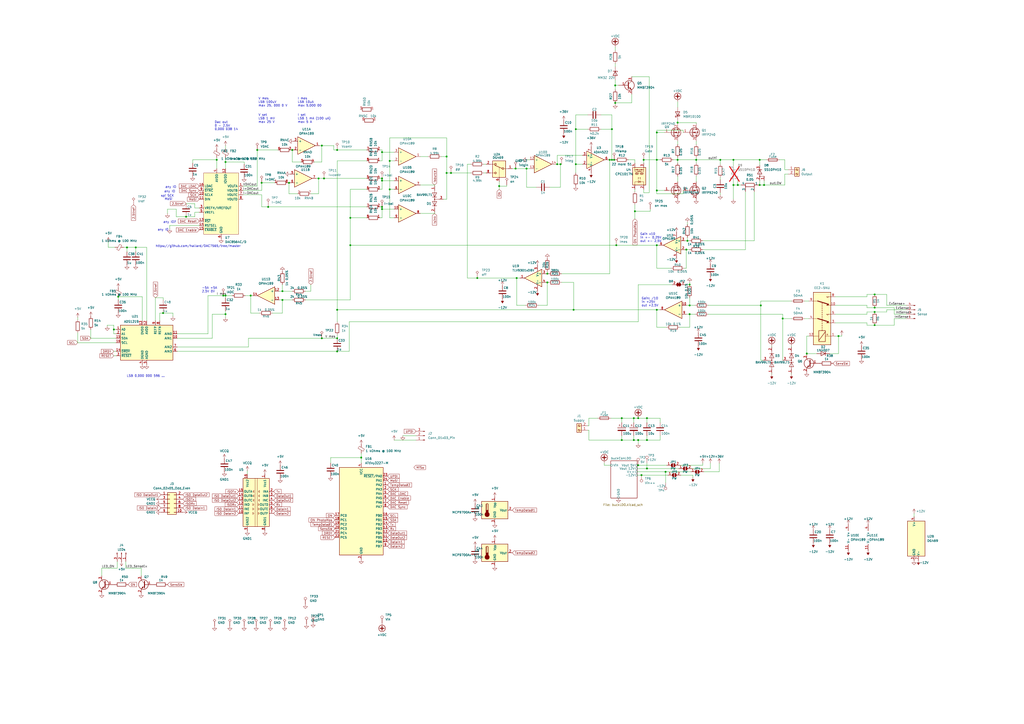
<source format=kicad_sch>
(kicad_sch (version 20231120) (generator "eeschema") (generator_version "8.0")
  (paper "A2")
  (title_block (title "PSLoad") (company "Jannik Schreiber"))
  (junction (at 195.58 196.215))
  (junction (at 417.83 92.71))
  (junction (at 209.55 265.43))
  (junction (at 323.215 95.25))
  (junction (at 398.78 139.7))
  (junction (at 261.62 100.33))
  (junction (at 354.965 74.93))
  (junction (at 372.11 275.59))
  (junction (at 195.58 86.995))
  (junction (at 427.99 107.315))
  (junction (at 398.145 144.78))
  (junction (at 259.08 90.805))
  (junction (at 129.54 171.45))
  (junction (at 221.615 120.015))
  (junction (at 78.74 143.51))
  (junction (at 381 76.835))
  (junction (at 507.365 170.815))
  (junction (at 356.235 92.71))
  (junction (at 356.87 49.53))
  (junction (at 184.785 103.505))
  (junction (at 186.69 84.455))
  (junction (at 454.025 184.785))
  (junction (at 381 110.49))
  (junction (at 186.69 196.215))
  (junction (at 226.06 93.345))
  (junction (at 195.58 179.705))
  (junction (at 400.05 165.1))
  (junction (at 486.41 194.945))
  (junction (at 299.085 97.79))
  (junction (at 370.205 255.27))
  (junction (at 317.5 163.83))
  (junction (at 386.08 273.685))
  (junction (at 367.665 242.57))
  (junction (at 94.615 181.61))
  (junction (at 130.81 182.245))
  (junction (at 467.995 205.105))
  (junction (at 440.69 92.71))
  (junction (at 403.86 92.71))
  (junction (at 107.95 125.73))
  (junction (at 203.2 126.365))
  (junction (at 73.66 143.51))
  (junction (at 151.765 106.045))
  (junction (at 289.56 107.95))
  (junction (at 226.06 109.855))
  (junction (at 299.72 161.29))
  (junction (at 375.285 242.57))
  (junction (at 381 179.705))
  (junction (at 393.065 71.12))
  (junction (at 441.325 177.165))
  (junction (at 163.83 173.99))
  (junction (at 334.01 74.93))
  (junction (at 167.64 106.045))
  (junction (at 130.81 93.98))
  (junction (at 276.86 161.29))
  (junction (at 145.415 171.45))
  (junction (at 195.58 203.835))
  (junction (at 373.38 92.71))
  (junction (at 367.665 255.27))
  (junction (at 507.365 188.595))
  (junction (at 259.08 100.33))
  (junction (at 187.96 103.505))
  (junction (at 368.3 122.555))
  (junction (at 203.2 142.24))
  (junction (at 360.68 242.57))
  (junction (at 357.505 142.24))
  (junction (at 381 92.71))
  (junction (at 221.615 104.775))
  (junction (at 66.04 191.135))
  (junction (at 370.205 242.57))
  (junction (at 400.05 177.165))
  (junction (at 425.45 107.315))
  (junction (at 507.365 180.975))
  (junction (at 305.435 97.79))
  (junction (at 356.87 59.69))
  (junction (at 360.68 255.27))
  (junction (at 353.695 92.71))
  (junction (at 393.065 92.71))
  (junction (at 334.01 95.25))
  (junction (at 375.285 255.27))
  (junction (at 507.365 178.435))
  (junction (at 68.58 172.085))
  (junction (at 155.575 120.015))
  (junction (at 425.45 92.71))
  (junction (at 169.545 86.995))
  (junction (at 221.615 88.265))
  (junction (at 221.615 103.505))
  (junction (at 375.285 271.78))
  (junction (at 443.23 107.315))
  (junction (at 149.225 86.995))
  (junction (at 381 142.24))
  (junction (at 221.615 121.285))
  (junction (at 400.05 182.245))
  (junction (at 325.12 95.25))
  (junction (at 370.205 269.875))
  (junction (at 332.74 179.705))
  (junction (at 317.5 158.75))
  (junction (at 125.73 92.71))
  (junction (at 440.69 107.315))
  (junction (at 130.81 171.45))
  (junction (at 163.83 168.91))
  (junction (at 354.965 92.71))
  (wire (pts (xy 273.05 95.25) (xy 271.145 95.25)))
  (wire (pts (xy 151.765 110.49) (xy 140.97 110.49)))
  (wire (pts (xy 294.005 107.95) (xy 289.56 107.95)))
  (wire (pts (xy 52.705 191.135) (xy 52.705 196.215)))
  (wire (pts (xy 243.84 107.315) (xy 252.095 107.315)))
  (wire (pts (xy 183.515 103.505) (xy 184.785 103.505)))
  (wire (pts (xy 243.84 90.805) (xy 248.285 90.805)))
  (wire (pts (xy 394.335 189.865) (xy 400.05 189.865)))
  (wire (pts (xy 393.065 102.235) (xy 393.065 105.41)))
  (wire (pts (xy 372.11 275.59) (xy 387.35 275.59)))
  (wire (pts (xy 184.785 112.395) (xy 184.785 103.505)))
  (wire (pts (xy 151.765 113.03) (xy 140.97 113.03)))
  (wire (pts (xy 130.81 182.245) (xy 130.81 184.15)))
  (wire (pts (xy 149.225 107.95) (xy 140.97 107.95)))
  (wire (pts (xy 466.725 174.625) (xy 469.265 174.625)))
  (wire (pts (xy 348.615 74.93) (xy 354.965 74.93)))
  (wire (pts (xy 221.615 103.505) (xy 221.615 104.775)))
  (wire (pts (xy 149.225 86.995) (xy 149.225 107.95)))
  (wire (pts (xy 400.05 182.245) (xy 398.145 182.245)))
  (wire (pts (xy 401.955 275.59) (xy 401.955 276.86)))
  (wire (pts (xy 161.925 168.91) (xy 163.83 168.91)))
  (wire (pts (xy 381 75.565) (xy 381 76.835)))
  (wire (pts (xy 381 179.705) (xy 382.905 179.705)))
  (wire (pts (xy 67.945 329.565) (xy 59.055 329.565)))
  (wire (pts (xy 221.615 121.285) (xy 221.615 126.365)))
  (wire (pts (xy 289.56 107.95) (xy 289.56 109.855)))
  (wire (pts (xy 353.695 92.71) (xy 353.06 92.71)))
  (wire (pts (xy 325.755 158.75) (xy 353.695 158.75)))
  (wire (pts (xy 317.5 177.165) (xy 317.5 163.83)))
  (wire (pts (xy 113.03 120.65) (xy 115.57 120.65)))
  (wire (pts (xy 209.55 265.43) (xy 209.55 268.605)))
  (wire (pts (xy 486.41 205.105) (xy 486.41 194.945)))
  (wire (pts (xy 455.295 100.965) (xy 457.2 100.965)))
  (wire (pts (xy 177.165 173.99) (xy 203.2 173.99)))
  (wire (pts (xy 376.555 44.45) (xy 376.555 111.76)))
  (wire (pts (xy 130.81 180.34) (xy 130.81 182.245)))
  (wire (pts (xy 221.615 104.775) (xy 221.615 109.855)))
  (wire (pts (xy 467.995 205.74) (xy 467.995 205.105)))
  (wire (pts (xy 466.725 184.785) (xy 469.265 184.785)))
  (wire (pts (xy 334.01 74.93) (xy 334.01 95.25)))
  (wire (pts (xy 130.81 93.98) (xy 130.81 97.79)))
  (wire (pts (xy 370.205 242.57) (xy 375.285 242.57)))
  (wire (pts (xy 149.225 86.995) (xy 161.29 86.995)))
  (wire (pts (xy 191.77 265.43) (xy 209.55 265.43)))
  (wire (pts (xy 353.695 158.75) (xy 353.695 92.71)))
  (wire (pts (xy 52.705 196.215) (xy 67.31 196.215)))
  (wire (pts (xy 316.865 163.83) (xy 317.5 163.83)))
  (wire (pts (xy 145.415 171.45) (xy 146.685 171.45)))
  (wire (pts (xy 90.17 172.72) (xy 90.17 186.055)))
  (wire (pts (xy 73.66 143.51) (xy 73.66 146.05)))
  (wire (pts (xy 129.54 171.45) (xy 130.81 171.45)))
  (wire (pts (xy 377.19 121.285) (xy 377.19 122.555)))
  (wire (pts (xy 467.995 205.105) (xy 467.995 194.945)))
  (wire (pts (xy 381 92.71) (xy 382.905 92.71)))
  (wire (pts (xy 202.565 186.69) (xy 370.205 186.69)))
  (wire (pts (xy 403.86 81.915) (xy 403.86 83.82)))
  (wire (pts (xy 174.625 93.98) (xy 169.545 93.98)))
  (wire (pts (xy 386.08 273.685) (xy 400.685 273.685)))
  (wire (pts (xy 113.03 125.73) (xy 113.03 123.19)))
  (wire (pts (xy 369.57 273.685) (xy 386.08 273.685)))
  (wire (pts (xy 443.23 107.315) (xy 455.295 107.315)))
  (wire (pts (xy 437.515 111.125) (xy 437.515 139.7)))
  (wire (pts (xy 169.545 93.98) (xy 169.545 86.995)))
  (wire (pts (xy 396.24 112.395) (xy 381 112.395)))
  (wire (pts (xy 59.055 329.565) (xy 59.055 334.01)))
  (wire (pts (xy 403.225 177.165) (xy 400.05 177.165)))
  (wire (pts (xy 220.345 103.505) (xy 221.615 103.505)))
  (wire (pts (xy 226.06 109.855) (xy 228.6 109.855)))
  (wire (pts (xy 221.615 104.775) (xy 228.6 104.775)))
  (wire (pts (xy 67.945 325.755) (xy 67.945 329.565)))
  (wire (pts (xy 306.07 92.71) (xy 307.34 92.71)))
  (wire (pts (xy 443.23 104.775) (xy 443.23 107.315)))
  (wire (pts (xy 447.675 200.66) (xy 447.675 201.295)))
  (wire (pts (xy 393.065 71.12) (xy 393.065 71.755)))
  (wire (pts (xy 312.42 177.165) (xy 317.5 177.165)))
  (wire (pts (xy 369.57 275.59) (xy 372.11 275.59)))
  (wire (pts (xy 144.145 196.215) (xy 186.69 196.215)))
  (wire (pts (xy 502.92 188.595) (xy 507.365 188.595)))
  (wire (pts (xy 368.3 109.855) (xy 368.3 111.125)))
  (wire (pts (xy 169.545 86.995) (xy 170.18 86.995)))
  (wire (pts (xy 169.545 86.995) (xy 168.91 86.995)))
  (wire (pts (xy 62.865 143.51) (xy 66.675 143.51)))
  (wire (pts (xy 417.195 268.605) (xy 417.195 273.685)))
  (wire (pts (xy 94.615 172.72) (xy 94.615 173.99)))
  (wire (pts (xy 102.235 121.285) (xy 102.235 125.73)))
  (wire (pts (xy 356.87 59.69) (xy 356.87 60.325)))
  (wire (pts (xy 155.575 120.015) (xy 212.725 120.015)))
  (wire (pts (xy 151.765 106.045) (xy 159.385 106.045)))
  (wire (pts (xy 484.505 187.325) (xy 502.92 187.325)))
  (wire (pts (xy 427.99 107.315) (xy 429.895 107.315)))
  (wire (pts (xy 85.09 143.51) (xy 78.74 143.51)))
  (wire (pts (xy 514.35 170.815) (xy 507.365 170.815)))
  (wire (pts (xy 98.425 132.715) (xy 98.425 130.81)))
  (wire (pts (xy 440.055 107.315) (xy 440.69 107.315)))
  (wire (pts (xy 145.415 181.61) (xy 145.415 171.45)))
  (wire (pts (xy 167.005 106.045) (xy 167.64 106.045)))
  (wire (pts (xy 66.04 188.595) (xy 66.04 191.135)))
  (wire (pts (xy 220.345 86.995) (xy 221.615 86.995)))
  (wire (pts (xy 151.765 120.015) (xy 155.575 120.015)))
  (wire (pts (xy 356.87 49.53) (xy 356.87 52.07)))
  (wire (pts (xy 400.05 172.72) (xy 400.05 177.165)))
  (wire (pts (xy 377.19 122.555) (xy 368.3 122.555)))
  (wire (pts (xy 403.86 91.44) (xy 403.86 92.71)))
  (wire (pts (xy 261.62 100.33) (xy 273.05 100.33)))
  (wire (pts (xy 341.63 255.27) (xy 341.63 249.555)))
  (wire (pts (xy 299.085 97.79) (xy 305.435 97.79)))
  (wire (pts (xy 142.24 171.45) (xy 145.415 171.45)))
  (wire (pts (xy 228.6 255.27) (xy 241.3 255.27)))
  (wire (pts (xy 187.96 103.505) (xy 212.725 103.505)))
  (wire (pts (xy 440.69 107.315) (xy 443.23 107.315)))
  (wire (pts (xy 97.155 121.285) (xy 102.235 121.285)))
  (wire (pts (xy 369.57 271.78) (xy 375.285 271.78)))
  (wire (pts (xy 403.225 182.245) (xy 400.05 182.245)))
  (wire (pts (xy 120.65 171.45) (xy 129.54 171.45)))
  (wire (pts (xy 62.865 140.335) (xy 62.865 143.51)))
  (wire (pts (xy 113.03 118.11) (xy 113.03 120.65)))
  (wire (pts (xy 369.57 269.875) (xy 370.205 269.875)))
  (wire (pts (xy 151.765 120.015) (xy 151.765 113.03)))
  (wire (pts (xy 325.12 108.585) (xy 325.12 95.25)))
  (wire (pts (xy 195.58 196.215) (xy 195.58 194.31)))
  (wire (pts (xy 186.69 84.455) (xy 193.675 84.455)))
  (wire (pts (xy 398.78 139.7) (xy 398.78 137.795)))
  (wire (pts (xy 366.395 59.69) (xy 356.87 59.69)))
  (wire (pts (xy 325.12 95.25) (xy 323.215 95.25)))
  (wire (pts (xy 334.01 66.675) (xy 334.01 74.93)))
  (wire (pts (xy 82.55 186.055) (xy 82.55 172.085)))
  (wire (pts (xy 271.145 161.29) (xy 276.86 161.29)))
  (wire (pts (xy 304.8 177.165) (xy 299.72 177.165)))
  (wire (pts (xy 488.315 194.945) (xy 486.41 194.945)))
  (wire (pts (xy 255.905 90.805) (xy 259.08 90.805)))
  (wire (pts (xy 427.99 104.775) (xy 427.99 107.315)))
  (wire (pts (xy 209.55 262.89) (xy 209.55 265.43)))
  (wire (pts (xy 403.86 71.755) (xy 403.86 71.12)))
  (wire (pts (xy 375.285 242.57) (xy 382.905 242.57)))
  (wire (pts (xy 368.3 92.71) (xy 364.49 92.71)))
  (wire (pts (xy 457.2 98.425) (xy 455.295 98.425)))
  (wire (pts (xy 226.06 93.345) (xy 228.6 93.345)))
  (wire (pts (xy 354.965 92.71) (xy 353.695 92.71)))
  (wire (pts (xy 440.69 92.71) (xy 440.69 95.885)))
  (wire (pts (xy 481.33 205.105) (xy 486.41 205.105)))
  (wire (pts (xy 111.76 94.615) (xy 111.76 92.71)))
  (wire (pts (xy 252.095 123.825) (xy 252.095 123.19)))
  (wire (pts (xy 354.965 74.93) (xy 354.965 92.71)))
  (wire (pts (xy 382.905 252.73) (xy 382.905 255.27)))
  (wire (pts (xy 195.58 179.705) (xy 332.74 179.705)))
  (wire (pts (xy 441.325 208.915) (xy 442.595 208.915)))
  (wire (pts (xy 92.71 186.055) (xy 92.71 181.61)))
  (wire (pts (xy 317.5 157.48) (xy 317.5 158.75)))
  (wire (pts (xy 502.92 180.975) (xy 507.365 180.975)))
  (wire (pts (xy 396.875 155.575) (xy 398.145 155.575)))
  (wire (pts (xy 407.67 269.875) (xy 394.335 269.875)))
  (wire (pts (xy 341.63 249.555) (xy 340.995 249.555)))
  (wire (pts (xy 233.68 252.73) (xy 241.3 252.73)))
  (wire (pts (xy 289.56 105.41) (xy 289.56 107.95)))
  (wire (pts (xy 454.025 184.785) (xy 454.025 208.915)))
  (wire (pts (xy 502.92 178.435) (xy 502.92 177.165)))
  (wire (pts (xy 67.31 198.755) (xy 45.085 198.755)))
  (wire (pts (xy 85.09 143.51) (xy 85.09 186.055)))
  (wire (pts (xy 186.69 93.98) (xy 186.69 84.455)))
  (wire (pts (xy 447.675 216.535) (xy 447.675 217.17)))
  (wire (pts (xy 356.235 92.71) (xy 356.87 92.71)))
  (wire (pts (xy 360.68 245.11) (xy 360.68 242.57)))
  (wire (pts (xy 220.345 109.855) (xy 221.615 109.855)))
  (wire (pts (xy 141.605 93.98) (xy 130.81 93.98)))
  (wire (pts (xy 400.05 177.165) (xy 398.145 177.165)))
  (wire (pts (xy 81.915 329.565) (xy 81.915 334.01)))
  (wire (pts (xy 502.92 188.595) (xy 502.92 187.325)))
  (wire (pts (xy 102.87 193.675) (xy 120.65 193.675)))
  (wire (pts (xy 297.18 97.79) (xy 299.085 97.79)))
  (wire (pts (xy 67.31 206.375) (xy 66.04 206.375)))
  (wire (pts (xy 368.3 94.615) (xy 368.3 92.71)))
  (wire (pts (xy 454.025 182.245) (xy 454.025 184.785)))
  (wire (pts (xy 398.145 144.78) (xy 398.145 155.575)))
  (wire (pts (xy 417.83 104.14) (xy 417.83 102.87)))
  (wire (pts (xy 317.5 163.83) (xy 318.135 163.83)))
  (wire (pts (xy 381 142.24) (xy 381 155.575)))
  (wire (pts (xy 195.58 186.69) (xy 195.58 179.705)))
  (wire (pts (xy 73.025 325.755) (xy 73.025 329.565)))
  (wire (pts (xy 417.195 273.685) (xy 408.305 273.685)))
  (wire (pts (xy 78.74 143.51) (xy 73.66 143.51)))
  (wire (pts (xy 332.74 163.83) (xy 332.74 179.705)))
  (wire (pts (xy 375.285 271.78) (xy 393.7 271.78)))
  (wire (pts (xy 401.32 271.78) (xy 412.115 271.78)))
  (wire (pts (xy 163.83 173.99) (xy 169.545 173.99)))
  (wire (pts (xy 514.35 177.165) (xy 514.35 170.815)))
  (wire (pts (xy 397.51 139.7) (xy 398.78 139.7)))
  (wire (pts (xy 502.92 170.815) (xy 502.92 172.085)))
  (wire (pts (xy 193.675 84.455) (xy 193.675 86.995)))
  (wire (pts (xy 177.165 168.91) (xy 180.34 168.91)))
  (wire (pts (xy 325.755 163.83) (xy 332.74 163.83)))
  (wire (pts (xy 120.65 193.675) (xy 120.65 171.45)))
  (wire (pts (xy 393.065 81.915) (xy 393.065 83.82)))
  (wire (pts (xy 459.105 216.535) (xy 459.105 217.17)))
  (wire (pts (xy 191.77 268.605) (xy 191.77 265.43)))
  (wire (pts (xy 195.58 179.705) (xy 195.58 93.345)))
  (wire (pts (xy 398.78 128.905) (xy 398.78 130.175)))
  (wire (pts (xy 125.73 91.44) (xy 125.73 92.71)))
  (wire (pts (xy 180.34 165.1) (xy 180.34 168.91)))
  (wire (pts (xy 195.58 86.995) (xy 212.725 86.995)))
  (wire (pts (xy 341.63 255.27) (xy 360.68 255.27)))
  (wire (pts (xy 350.52 268.605) (xy 350.52 269.875)))
  (wire (pts (xy 390.525 92.71) (xy 393.065 92.71)))
  (wire (pts (xy 530.225 297.815) (xy 530.225 299.72)))
  (wire (pts (xy 186.69 196.215) (xy 195.58 196.215)))
  (wire (pts (xy 373.38 92.71) (xy 381 92.71)))
  (wire (pts (xy 259.08 100.33) (xy 261.62 100.33)))
  (wire (pts (xy 425.45 104.775) (xy 425.45 107.315)))
  (wire (pts (xy 143.51 274.955) (xy 143.51 273.05)))
  (wire (pts (xy 195.58 93.345) (xy 212.725 93.345)))
  (wire (pts (xy 396.24 110.49) (xy 396.24 112.395)))
  (wire (pts (xy 425.45 107.315) (xy 425.45 115.57)))
  (wire (pts (xy 102.87 196.215) (xy 123.19 196.215)))
  (wire (pts (xy 66.04 193.675) (xy 66.04 191.135)))
  (wire (pts (xy 163.83 168.91) (xy 169.545 168.91)))
  (wire (pts (xy 397.51 165.1) (xy 400.05 165.1)))
  (wire (pts (xy 376.555 111.76) (xy 373.38 111.76)))
  (wire (pts (xy 502.92 178.435) (xy 507.365 178.435)))
  (wire (pts (xy 259.08 90.805) (xy 259.08 100.33)))
  (wire (pts (xy 455.295 107.315) (xy 455.295 100.965)))
  (wire (pts (xy 425.45 92.71) (xy 440.69 92.71)))
  (wire (pts (xy 525.78 177.165) (xy 514.35 177.165)))
  (wire (pts (xy 325.12 95.25) (xy 325.755 95.25)))
  (wire (pts (xy 484.505 182.245) (xy 502.92 182.245)))
  (wire (pts (xy 370.205 255.27) (xy 375.285 255.27)))
  (wire (pts (xy 367.665 242.57) (xy 367.665 245.11)))
  (wire (pts (xy 484.505 172.085) (xy 502.92 172.085)))
  (wire (pts (xy 202.565 203.835) (xy 202.565 186.69)))
  (wire (pts (xy 518.795 184.785) (xy 518.795 188.595)))
  (wire (pts (xy 348.615 66.675) (xy 354.965 66.675)))
  (wire (pts (xy 407.67 144.78) (xy 432.435 144.78)))
  (wire (pts (xy 403.86 102.235) (xy 403.86 105.41)))
  (wire (pts (xy 316.865 158.75) (xy 317.5 158.75)))
  (wire (pts (xy 367.665 242.57) (xy 370.205 242.57)))
  (wire (pts (xy 203.2 126.365) (xy 203.2 109.855)))
  (wire (pts (xy 318.77 108.585) (xy 325.12 108.585)))
  (wire (pts (xy 366.395 44.45) (xy 376.555 44.45)))
  (wire (pts (xy 220.345 93.345) (xy 221.615 93.345)))
  (wire (pts (xy 412.115 271.78) (xy 412.115 268.605)))
  (wire (pts (xy 381 76.835) (xy 381 92.71)))
  (wire (pts (xy 373.38 94.615) (xy 373.38 92.71)))
  (wire (pts (xy 62.23 189.23) (xy 62.23 188.595)))
  (wire (pts (xy 375.285 242.57) (xy 375.285 245.11)))
  (wire (pts (xy 337.82 90.17) (xy 323.215 90.17)))
  (wire (pts (xy 417.83 113.03) (xy 417.83 111.76)))
  (wire (pts (xy 375.285 268.605) (xy 375.285 271.78)))
  (wire (pts (xy 163.83 181.61) (xy 163.83 173.99)))
  (wire (pts (xy 398.145 144.78) (xy 400.05 144.78)))
  (wire (pts (xy 354.33 242.57) (xy 360.68 242.57)))
  (wire (pts (xy 381 110.49) (xy 381 112.395)))
  (wire (pts (xy 193.675 86.995) (xy 195.58 86.995)))
  (wire (pts (xy 62.23 188.595) (xy 66.04 188.595)))
  (wire (pts (xy 78.74 146.05) (xy 78.74 143.51)))
  (wire (pts (xy 396.24 76.835) (xy 396.24 75.565)))
  (wire (pts (xy 259.08 115.57) (xy 257.175 115.57)))
  (wire (pts (xy 488.315 194.31) (xy 488.315 194.945)))
  (wire (pts (xy 130.81 172.72) (xy 130.81 171.45)))
  (wire (pts (xy 203.2 109.855) (xy 212.725 109.855)))
  (wire (pts (xy 203.2 173.99) (xy 203.2 142.24)))
  (wire (pts (xy 393.065 69.85) (xy 393.065 71.12)))
  (wire (pts (xy 393.065 92.71) (xy 393.065 94.615)))
  (wire (pts (xy 400.05 163.83) (xy 400.05 165.1)))
  (wire (pts (xy 98.425 130.81) (xy 115.57 130.81)))
  (wire (pts (xy 155.575 119.38) (xy 155.575 120.015)))
  (wire (pts (xy 425.45 92.71) (xy 425.45 95.885)))
  (wire (pts (xy 130.81 171.45) (xy 134.62 171.45)))
  (wire (pts (xy 130.81 91.44) (xy 130.81 93.98)))
  (wire (pts (xy 525.78 182.245) (xy 518.795 182.245)))
  (wire (pts (xy 271.145 95.25) (xy 271.145 161.29)))
  (wire (pts (xy 393.065 92.71) (xy 403.86 92.71)))
  (wire (pts (xy 125.73 92.71) (xy 125.73 97.79)))
  (wire (pts (xy 386.08 280.035) (xy 386.08 273.685)))
  (wire (pts (xy 370.205 165.1) (xy 389.89 165.1)))
  (wire (pts (xy 373.38 111.76) (xy 373.38 109.855)))
  (wire (pts (xy 375.285 252.73) (xy 375.285 255.27)))
  (wire (pts (xy 366.395 54.61) (xy 366.395 59.69)))
  (wire (pts (xy 341.63 247.015) (xy 340.995 247.015)))
  (wire (pts (xy 67.31 193.675) (xy 66.04 193.675)))
  (wire (pts (xy 368.3 122.555) (xy 368.3 127)))
  (wire (pts (xy 370.205 255.27) (xy 367.665 255.27)))
  (wire (pts (xy 356.87 46.355) (xy 356.87 49.53)))
  (wire (pts (xy 123.19 182.245) (xy 130.81 182.245)))
  (wire (pts (xy 280.67 100.33) (xy 281.94 100.33)))
  (wire (pts (xy 455.295 92.71) (xy 452.12 92.71)))
  (wire (pts (xy 518.795 182.245) (xy 518.795 178.435)))
  (wire (pts (xy 467.995 194.945) (xy 469.265 194.945)))
  (wire (pts (xy 410.845 182.245) (xy 454.025 182.245)))
  (wire (pts (xy 403.86 92.71) (xy 417.83 92.71)))
  (wire (pts (xy 354.965 66.675) (xy 354.965 74.93)))
  (wire (pts (xy 180.34 112.395) (xy 184.785 112.395)))
  (wire (pts (xy 150.495 181.61) (xy 145.415 181.61)))
  (wire (pts (xy 502.92 182.245) (xy 502.92 180.975)))
  (wire (pts (xy 340.995 66.675) (xy 334.01 66.675)))
  (wire (pts (xy 334.01 95.25) (xy 337.82 95.25)))
  (wire (pts (xy 386.715 189.865) (xy 381 189.865)))
  (wire (pts (xy 102.87 203.835) (xy 195.58 203.835)))
  (wire (pts (xy 113.03 123.19) (xy 115.57 123.19)))
  (wire (pts (xy 73.025 329.565) (xy 81.915 329.565)))
  (wire (pts (xy 382.905 242.57) (xy 382.905 245.11)))
  (wire (pts (xy 350.52 269.875) (xy 354.33 269.875)))
  (wire (pts (xy 340.995 74.93) (xy 334.01 74.93)))
  (wire (pts (xy 226.06 126.365) (xy 228.6 126.365)))
  (wire (pts (xy 167.64 106.045) (xy 168.275 106.045)))
  (wire (pts (xy 100.33 183.515) (xy 100.33 181.61)))
  (wire (pts (xy 311.15 108.585) (xy 305.435 108.585)))
  (wire (pts (xy 276.86 161.29) (xy 299.72 161.29)))
  (wire (pts (xy 334.01 95.25) (xy 334.01 100.33)))
  (wire (pts (xy 486.41 194.945) (xy 484.505 194.945)))
  (wire (pts (xy 102.87 201.295) (xy 144.145 201.295)))
  (wire (pts (xy 357.505 142.24) (xy 381 142.24)))
  (wire (pts (xy 167.64 112.395) (xy 172.72 112.395)))
  (wire (pts (xy 367.665 252.73) (xy 367.665 255.27)))
  (wire (pts (xy 66.04 191.135) (xy 67.31 191.135)))
  (wire (pts (xy 385.445 110.49) (xy 381 110.49)))
  (wire (pts (xy 203.2 142.24) (xy 357.505 142.24)))
  (wire (pts (xy 141.605 95.25) (xy 141.605 93.98)))
  (wire (pts (xy 417.83 92.71) (xy 417.83 95.25)))
  (wire (pts (xy 367.665 255.27) (xy 360.68 255.27)))
  (wire (pts (xy 360.68 242.57) (xy 367.665 242.57)))
  (wire (pts (xy 195.58 203.835) (xy 202.565 203.835)))
  (wire (pts (xy 417.83 92.71) (xy 425.45 92.71)))
  (wire (pts (xy 158.115 181.61) (xy 163.83 181.61)))
  (wire (pts (xy 92.71 181.61) (xy 94.615 181.61)))
  (wire (pts (xy 45.085 193.04) (xy 45.085 198.755)))
  (wire (pts (xy 71.755 143.51) (xy 73.66 143.51)))
  (wire (pts (xy 455.295 98.425) (xy 455.295 92.71)))
  (wire (pts (xy 221.615 120.015) (xy 221.615 121.285)))
  (wire (pts (xy 220.345 126.365) (xy 221.615 126.365)))
  (wire (pts (xy 305.435 97.79) (xy 307.34 97.79)))
  (wire (pts (xy 410.845 177.165) (xy 441.325 177.165)))
  (wire (pts (xy 370.205 255.27) (xy 370.205 257.175)))
  (wire (pts (xy 432.435 111.125) (xy 432.435 144.78)))
  (wire (pts (xy 259.08 80.01) (xy 259.08 90.805)))
  (wire (pts (xy 184.785 103.505) (xy 187.96 103.505)))
  (wire (pts (xy 317.5 158.75) (xy 318.135 158.75)))
  (wire (pts (xy 220.345 120.015) (xy 221.615 120.015)))
  (wire (pts (xy 440.69 104.775) (xy 440.69 107.315)))
  (wire (pts (xy 381 189.865) (xy 381 179.705)))
  (wire (pts (xy 341.63 242.57) (xy 346.71 242.57)))
  (wire (pts (xy 502.92 177.165) (xy 484.505 177.165)))
  (wire (pts (xy 226.06 80.01) (xy 259.08 80.01)))
  (wire (pts (xy 144.145 201.295) (xy 144.145 196.215)))
  (wire (pts (xy 68.58 172.085) (xy 68.58 173.99)))
  (wire (pts (xy 341.63 247.015) (xy 341.63 242.57)))
  (wire (pts (xy 393.065 59.055) (xy 393.065 62.23)))
  (wire (pts (xy 243.84 123.825) (xy 252.095 123.825)))
  (wire (pts (xy 299.72 161.29) (xy 301.625 161.29)))
  (wire (pts (xy 252.095 107.315) (xy 252.095 107.95)))
  (wire (pts (xy 518.795 178.435) (xy 507.365 178.435)))
  (wire (pts (xy 507.365 170.815) (xy 502.92 170.815)))
  (wire (pts (xy 440.69 92.71) (xy 444.5 92.71)))
  (wire (pts (xy 212.725 126.365) (xy 203.2 126.365)))
  (wire (pts (xy 393.065 91.44) (xy 393.065 92.71)))
  (wire (pts (xy 167.64 112.395) (xy 167.64 106.045)))
  (wire (pts (xy 354.965 92.71) (xy 356.235 92.71)))
  (wire (pts (xy 294.005 107.315) (xy 294.005 107.95)))
  (wire (pts (xy 459.105 200.66) (xy 459.105 201.295)))
  (wire (pts (xy 45.085 185.42) (xy 45.085 184.15)))
  (wire (pts (xy 370.205 269.875) (xy 386.715 269.875)))
  (wire (pts (xy 360.68 252.73) (xy 360.68 255.27)))
  (wire (pts (xy 514.35 180.975) (xy 507.365 180.975)))
  (wire (pts (xy 525.78 184.785) (xy 518.795 184.785)))
  (wire (pts (xy 389.255 155.575) (xy 381 155.575)))
  (wire (pts (xy 226.06 80.01) (xy 226.06 93.345)))
  (wire (pts (xy 401.955 275.59) (xy 394.97 275.59)))
  (wire (pts (xy 400.05 189.865) (xy 400.05 182.245)))
  (wire (pts (xy 356.87 36.83) (xy 356.87 38.735)))
  (wire (pts (xy 299.72 177.165) (xy 299.72 161.29)))
  (wire (pts (xy 407.67 139.7) (xy 437.515 139.7)))
  (wire (pts (xy 518.795 188.595) (xy 507.365 188.595)))
  (wire (pts (xy 82.55 172.085) (xy 68.58 172.085)))
  (wire (pts (xy 102.235 125.73) (xy 107.95 125.73)))
  (wire (pts (xy 226.06 109.855) (xy 226.06 126.365)))
  (wire (pts (xy 441.325 177.165) (xy 441.325 208.915)))
  (wire (pts (xy 67.31 203.835) (xy 66.04 203.835)))
  (wire (pts (xy 226.06 93.345) (xy 226.06 109.855)))
  (wire (pts (xy 221.615 88.265) (xy 228.6 88.265)))
  (wire (pts (xy 467.995 205.105) (xy 473.71 205.105)))
  (wire (pts (xy 221.615 88.265) (xy 221.615 93.345)))
  (wire (pts (xy 259.08 100.33) (xy 259.08 115.57)))
  (wire (pts (xy 441.325 174.625) (xy 459.105 174.625)))
  (wire (pts (xy 161.925 173.99) (xy 163.83 173.99)))
  (wire (pts (xy 514.35 179.705) (xy 514.35 180.975)))
  (wire (pts (xy 525.78 179.705) (xy 514.35 179.705)))
  (wire (pts (xy 281.94 95.25) (xy 280.67 95.25)))
  (wire (pts (xy 332.74 179.705) (xy 381 179.705)))
  (wire (pts (xy 203.2 142.24) (xy 203.2 126.365)))
  (wire (pts (xy 454.025 184.785) (xy 459.105 184.785)))
  (wire (pts (xy 398.78 139.7) (xy 400.05 139.7)))
  (wire (pts (xy 396.24 75.565) (xy 381 75.565)))
  (wire (pts (xy 111.76 92.71) (xy 125.73 92.71)))
  (wire (pts (xy 221.615 86.995) (xy 221.615 88.265)))
  (wire (pts (xy 221.615 121.285) (xy 228.6 121.285)))
  (wire (pts (xy 425.45 107.315) (xy 427.99 107.315)))
  (wire (pts (xy 382.905 255.27) (xy 375.285 255.27)))
  (wire (pts (xy 441.325 174.625) (xy 441.325 177.165)))
  (wire (pts (xy 107.95 125.73) (xy 113.03 125.73)))
  (wire (pts (xy 123.19 196.215) (xy 123.19 182.245)))
  (wire (pts (xy 323.215 90.17) (xy 323.215 95.25)))
  (wire (pts (xy 385.445 76.835) (xy 381 76.835)))
  (wire (pts (xy 163.83 168.91) (xy 163.83 165.1)))
  (wire (pts (xy 182.245 93.98) (xy 186.69 93.98)))
  (wire (pts (xy 97.155 123.825) (xy 97.155 121.285)))
  (wire (pts (xy 370.205 186.69) (xy 370.205 165.1)))
  (wire (pts (xy 407.67 268.605) (xy 407.67 269.875)))
  (wire (pts (xy 393.065 71.12) (xy 403.86 71.12)))
  (wire (pts (xy 356.87 27.305) (xy 356.87 29.21)))
  (wire (pts (xy 381 110.49) (xy 381 92.71)))
  (wire (pts (xy 100.33 181.61) (xy 94.615 181.61)))
  (wire (pts (xy 107.95 118.11) (xy 113.03 118.11)))
  (wire (pts (xy 151.765 106.045) (xy 151.765 110.49)))
  (wire (pts (xy 368.3 118.745) (xy 368.3 122.555)))
  (wire (pts (xy 381 142.24) (xy 382.27 142.24)))
  (wire (pts (xy 186.69 84.455) (xy 185.42 84.455)))
  (wire (pts (xy 305.435 108.585) (xy 305.435 97.79)))
  (wire (pts (xy 90.17 172.72) (xy 94.615 172.72)))
  (wire (pts (xy 323.215 95.25) (xy 322.58 95.25)))
  (wire (pts (xy 356.87 49.53) (xy 358.775 49.53)))
  (wire (pts (xy 397.51 144.78) (xy 398.145 144.78)))
  (wire (pts (xy 403.86 92.71) (xy 403.86 94.615)))
  (wire (pts (xy 130.81 84.455) (xy 130.81 86.36)))
  (text "https://github.com/hallard/DAC7565/tree/master" (at 114.935 142.875 0) (effects (font (size 1.27 1.27))))
  (text "any IO" (at 98.425 111.125 0) (effects (font (size 1.27 1.27))))
  (text "Dac out \n0 - 2,5V\n0,000 038 14" (at 124.46 73.025 0) (effects (font (size 1.27 1.27)) (justify left)))
  (text "LSB 0,000 000 596 ..." (at 84.582 218.186 0) (effects (font (size 1.27 1.27))))
  (text "spi SCK" (at 97.155 113.665 0) (effects (font (size 1.27 1.27))))
  (text "any IO" (at 94.615 133.35 0) (effects (font (size 1.27 1.27))))
  (text "any IO?\n" (at 98.425 128.905 0) (effects (font (size 1.27 1.27))))
  (text "Gain: /10\nin +25V\nout +2,5V" (at 372.11 175.26 0) (effects (font (size 1.27 1.27)) (justify left)))
  (text "MoSi" (at 97.79 115.57 0) (effects (font (size 1.27 1.27))))
  (text "-5A +5A\n2,5V 0V" (at 117.094 168.148 0) (effects (font (size 1.27 1.27)) (justify left)))
  (text "V mes \nLSB 100uV\nmax 25, 000 0 V" (at 149.86 59.309 0) (effects (font (size 1.27 1.27)) (justify left)))
  (text "V set\nLSB 1 mV\nmax 25 V" (at 149.86 68.834 0) (effects (font (size 1.27 1.27)) (justify left)))
  (text "Gain x10\nin +- 0,25V\nout +- 2,5V" (at 371.348 137.922 0) (effects (font (size 1.27 1.27)) (justify left)))
  (text "I mes\nLSB 10uA\nmax 5,000 00" (at 172.72 59.309 0) (effects (font (size 1.27 1.27)) (justify left)))
  (text "any IO" (at 99.06 108.585 0) (effects (font (size 1.27 1.27))))
  (text "I set\nLSB 1 mA (100 uA)\nmax 5 A" (at 172.72 68.834 0) (effects (font (size 1.27 1.27)) (justify left)))
  (label "LED_ON" (at 59.055 329.565 0))
  (label "IntSense+" (at 519.43 182.245 0))
  (label "VDACout" (at 140.97 107.95 0))
  (label "V mes" (at 188.595 196.215 0))
  (label "outLOW" (at 446.405 107.315 0))
  (label "outHi" (at 410.845 92.71 0))
  (label "I mes" (at 125.73 171.45 0))
  (label "I-DACout" (at 140.97 113.03 0))
  (label "ExSense-" (at 519.43 179.705 0))
  (label "IntSense-" (at 518.795 184.785 0))
  (label "I+DACout" (at 140.97 110.49 0))
  (label "LED_SenseEx" (at 73.025 329.565 0))
  (label "ExSense+" (at 515.62 177.165 0))
  (global_label "ON PhotoMos" (shape input) (at 368.3 127 270) (property "Intersheetrefs" "${INTERSHEET_REFS}" (effects (hide yes))))
  (global_label "ISO DataIn1" (shape input) (at 106.045 294.64 0) (property "Intersheetrefs" "${INTERSHEET_REFS}" (effects (hide yes))))
  (global_label "SCK" (shape input) (at 224.79 283.845 0) (property "Intersheetrefs" "${INTERSHEET_REFS}" (effects (hide yes))))
  (global_label "SensSW" (shape input) (at 97.155 339.09 0) (property "Intersheetrefs" "${INTERSHEET_REFS}" (effects (hide yes))))
  (global_label "ISOTx" (shape input) (at 106.045 289.56 0) (property "Intersheetrefs" "${INTERSHEET_REFS}" (effects (hide yes))))
  (global_label "DAC Sync" (shape input) (at 224.79 294.005 0) (property "Intersheetrefs" "${INTERSHEET_REFS}" (effects (hide yes))))
  (global_label "ON" (shape input) (at 289.56 109.855 270) (property "Intersheetrefs" "${INTERSHEET_REFS}" (effects (hide yes))))
  (global_label "ISO DataIn2" (shape input) (at 93.345 294.64 180) (property "Intersheetrefs" "${INTERSHEET_REFS}" (effects (hide yes))))
  (global_label "ISO DataIn2" (shape input) (at 138.43 297.815 180) (property "Intersheetrefs" "${INTERSHEET_REFS}" (effects (hide yes))))
  (global_label "UPDI" (shape input) (at 241.3 250.19 180) (property "Intersheetrefs" "${INTERSHEET_REFS}" (effects (hide yes))))
  (global_label "ISORx" (shape input) (at 138.43 292.735 180) (property "Intersheetrefs" "${INTERSHEET_REFS}" (effects (hide yes))))
  (global_label "ISO DataOut2" (shape input) (at 138.43 290.195 180) (property "Intersheetrefs" "${INTERSHEET_REFS}" (effects (hide yes))))
  (global_label "2,5Vref" (shape input) (at 107.95 118.11 180) (property "Intersheetrefs" "${INTERSHEET_REFS}" (effects (hide yes))))
  (global_label "Isink" (shape input) (at 252.095 123.825 270) (property "Intersheetrefs" "${INTERSHEET_REFS}" (effects (hide yes))))
  (global_label "Tx" (shape input) (at 224.79 304.165 0) (property "Intersheetrefs" "${INTERSHEET_REFS}" (effects (hide yes))))
  (global_label "DataIn2" (shape input) (at 224.79 316.865 0) (property "Intersheetrefs" "${INTERSHEET_REFS}" (effects (hide yes))))
  (global_label "ON" (shape input) (at 74.295 339.09 0) (property "Intersheetrefs" "${INTERSHEET_REFS}" (effects (hide yes))))
  (global_label "DAC Enable" (shape input) (at 224.79 288.925 0) (property "Intersheetrefs" "${INTERSHEET_REFS}" (effects (hide yes))))
  (global_label "RESET" (shape input) (at 194.31 311.785 180) (property "Intersheetrefs" "${INTERSHEET_REFS}" (effects (hide yes))))
  (global_label "ISO DataOut1" (shape input) (at 93.345 287.02 180) (property "Intersheetrefs" "${INTERSHEET_REFS}" (effects (hide yes))))
  (global_label "DAC Reset" (shape input) (at 224.79 291.465 0) (property "Intersheetrefs" "${INTERSHEET_REFS}" (effects (hide yes))))
  (global_label "DataIn1" (shape input) (at 158.75 295.275 0) (property "Intersheetrefs" "${INTERSHEET_REFS}" (effects (hide yes))))
  (global_label "TempData#2" (shape input) (at 224.79 281.305 0) (property "Intersheetrefs" "${INTERSHEET_REFS}" (effects (hide yes))))
  (global_label "ISORx" (shape input) (at 106.045 292.1 0) (property "Intersheetrefs" "${INTERSHEET_REFS}" (effects (hide yes))))
  (global_label "ON PhotoMos" (shape input) (at 194.31 301.625 180) (property "Intersheetrefs" "${INTERSHEET_REFS}" (effects (hide yes))))
  (global_label "TempData#1" (shape input) (at 194.31 304.165 180) (property "Intersheetrefs" "${INTERSHEET_REFS}" (effects (hide yes))))
  (global_label "MoSi" (shape input) (at 224.79 278.765 0) (property "Intersheetrefs" "${INTERSHEET_REFS}" (effects (hide yes))))
  (global_label "SCL" (shape input) (at 45.085 198.755 180) (property "Intersheetrefs" "${INTERSHEET_REFS}" (effects (hide yes))))
  (global_label "Rx" (shape input) (at 158.75 292.735 0) (property "Intersheetrefs" "${INTERSHEET_REFS}" (effects (hide yes))))
  (global_label "2,5Vref" (shape input) (at 77.47 118.745 270) (property "Intersheetrefs" "${INTERSHEET_REFS}" (effects (hide yes))))
  (global_label "MoSi" (shape input) (at 115.57 115.57 180) (property "Intersheetrefs" "${INTERSHEET_REFS}" (effects (hide yes))))
  (global_label "DRDY" (shape input) (at 194.31 309.245 180) (property "Intersheetrefs" "${INTERSHEET_REFS}" (effects (hide yes))))
  (global_label "DataOut1" (shape input) (at 158.75 287.655 0) (property "Intersheetrefs" "${INTERSHEET_REFS}" (effects (hide yes))))
  (global_label "DAC Sync" (shape input) (at 115.57 110.49 180) (property "Intersheetrefs" "${INTERSHEET_REFS}" (effects (hide yes))))
  (global_label "2,5Vref" (shape input) (at 180.34 165.1 90) (property "Intersheetrefs" "${INTERSHEET_REFS}" (effects (hide yes))))
  (global_label "Rx" (shape input) (at 224.79 306.705 0) (property "Intersheetrefs" "${INTERSHEET_REFS}" (effects (hide yes))))
  (global_label "ON" (shape input) (at 194.31 299.085 180) (property "Intersheetrefs" "${INTERSHEET_REFS}" (effects (hide yes))))
  (global_label "Tx" (shape input) (at 158.75 285.115 0) (property "Intersheetrefs" "${INTERSHEET_REFS}" (effects (hide yes))))
  (global_label "TempData#1" (shape input) (at 297.18 295.91 0) (property "Intersheetrefs" "${INTERSHEET_REFS}" (effects (hide yes))))
  (global_label "ISOTx" (shape input) (at 138.43 285.115 180) (property "Intersheetrefs" "${INTERSHEET_REFS}" (effects (hide yes))))
  (global_label "DataOut1" (shape input) (at 224.79 309.245 0) (property "Intersheetrefs" "${INTERSHEET_REFS}" (effects (hide yes))))
  (global_label "TempData#2" (shape input) (at 297.18 320.675 0) (property "Intersheetrefs" "${INTERSHEET_REFS}" (effects (hide yes))))
  (global_label "SDA" (shape input) (at 224.79 301.625 0) (property "Intersheetrefs" "${INTERSHEET_REFS}" (effects (hide yes))))
  (global_label "SCK" (shape input) (at 115.57 113.03 180) (property "Intersheetrefs" "${INTERSHEET_REFS}" (effects (hide yes))))
  (global_label "Isource" (shape input) (at 252.095 107.315 90) (property "Intersheetrefs" "${INTERSHEET_REFS}" (effects (hide yes))))
  (global_label "SensSW" (shape input) (at 483.235 210.82 0) (property "Intersheetrefs" "${INTERSHEET_REFS}" (effects (hide yes))))
  (global_label "DAC Reset" (shape input) (at 115.57 128.27 180) (property "Intersheetrefs" "${INTERSHEET_REFS}" (effects (hide yes))))
  (global_label "ISO DataOut1" (shape input) (at 138.43 287.655 180) (property "Intersheetrefs" "${INTERSHEET_REFS}" (effects (hide yes))))
  (global_label "MiSo" (shape input) (at 240.03 271.145 0) (property "Intersheetrefs" "${INTERSHEET_REFS}" (effects (hide yes))))
  (global_label "UPDI" (shape input) (at 224.79 276.225 0) (property "Intersheetrefs" "${INTERSHEET_REFS}" (effects (hide yes))))
  (global_label "DataOut2" (shape input) (at 224.79 311.785 0) (property "Intersheetrefs" "${INTERSHEET_REFS}" (effects (hide yes))))
  (global_label "DataOut2" (shape input) (at 158.75 290.195 0) (property "Intersheetrefs" "${INTERSHEET_REFS}" (effects (hide yes))))
  (global_label "DataIn2" (shape input) (at 158.75 297.815 0) (property "Intersheetrefs" "${INTERSHEET_REFS}" (effects (hide yes))))
  (global_label "ISO DataIn1" (shape input) (at 138.43 295.275 180) (property "Intersheetrefs" "${INTERSHEET_REFS}" (effects (hide yes))))
  (global_label "SensSW" (shape input) (at 194.31 306.705 180) (property "Intersheetrefs" "${INTERSHEET_REFS}" (effects (hide yes))))
  (global_label "RESET" (shape input) (at 66.04 206.375 180) (property "Intersheetrefs" "${INTERSHEET_REFS}" (effects (hide yes))))
  (global_label "DAC LDAC" (shape input) (at 115.57 107.95 180) (property "Intersheetrefs" "${INTERSHEET_REFS}" (effects (hide yes))))
  (global_label "DAC LDAC" (shape input) (at 224.79 286.385 0) (property "Intersheetrefs" "${INTERSHEET_REFS}" (effects (hide yes))))
  (global_label "DAC Enable" (shape input) (at 115.57 133.35 180) (property "Intersheetrefs" "${INTERSHEET_REFS}" (effects (hide yes))))
  (global_label "DRDY" (shape input) (at 66.04 203.835 180) (property "Intersheetrefs" "${INTERSHEET_REFS}" (effects (hide yes))))
  (global_label "SDA" (shape input) (at 52.705 196.215 180) (property "Intersheetrefs" "${INTERSHEET_REFS}" (effects (hide yes))))
  (global_label "2,5Vref" (shape input) (at 90.17 172.72 90) (property "Intersheetrefs" "${INTERSHEET_REFS}" (effects (hide yes))))
  (global_label "ISO DataOut2" (shape input) (at 106.045 287.02 0) (property "Intersheetrefs" "${INTERSHEET_REFS}" (effects (hide yes))))
  (global_label "DataIn1" (shape input) (at 224.79 314.325 0) (property "Intersheetrefs" "${INTERSHEET_REFS}" (effects (hide yes))))
  (global_label "SCL" (shape input) (at 224.79 299.085 0) (property "Intersheetrefs" "${INTERSHEET_REFS}" (effects (hide yes))))
  (symbol (lib_id "power:+VDC") (at 370.205 242.57 0) (unit 1)
    (property "Reference" "#PWR042" (effects (hide yes)))
    (property "Value" "+VDC" (at 370.205 236.22 0))
  )
  (symbol (lib_id "Device:Opamp_Quad") (at 177.8 84.455 0) (unit 1)
    (property "Reference" "U11" (at 177.8 74.93 0))
    (property "Value" "OPA4189" (at 177.8 77.47 0))
    (property "Footprint" "Package_SO:SOIC-14_3.9x8.7mm_P1.27mm" (effects (hide yes)))
    (property "Description" "Quad operational amplifier" (effects (hide yes)))
    (property "Sim.Library" "${KICAD7_SYMBOL_DIR}/Simulation_SPICE.sp" (effects (hide yes)))
    (property "Sim.Name" "kicad_builtin_opamp_quad" (effects (hide yes)))
    (property "Sim.Device" "SUBCKT" (effects (hide yes)))
    (property "Sim.Pins" "1=out1 2=in1- 3=in1+ 4=vcc 5=in2+ 6=in2- 7=out2 8=out3 9=in3- 10=in3+ 11=vee 12=in4+ 13=in4- 14=out4" (effects (hide yes)))
  )
  (symbol (lib_id "Connector:TestPoint") (at 177.8 361.95 0) (unit 1)
    (property "Reference" "TP29" (at 180.34 357.3779 0) (effects (justify left)))
    (property "Value" "GND" (at 180.34 359.9179 0) (effects (justify left)))
    (property "Footprint" "Library:SMD Test Point PCWCTE" (effects (hide yes)))
    (property "Description" "test point" (effects (hide yes)))
  )
  (symbol (lib_id "Device:Q_NMOS_GDS") (at 401.32 76.835 0) (unit 1)
    (property "Reference" "Q1" (at 407.035 75.5649 0) (effects (justify left)))
    (property "Value" "IRFP240" (at 407.035 78.1049 0) (effects (justify left)))
    (property "Footprint" "Package_TO_SOT_THT:TO-247-3_Vertical" (effects (hide yes)))
    (property "Description" "N-MOSFET transistor, gate/drain/source" (effects (hide yes)))
  )
  (symbol (lib_id "Connector:TestPoint_Alt") (at 151.765 106.045 0) (unit 1)
    (property "Reference" "TP8" (at 153.67 101.4729 0) (effects (justify left)))
    (property "Value" "I+DAC" (at 153.67 104.0129 0) (effects (justify left)))
    (property "Footprint" "TestPoint:TestPoint_Pad_D1.5mm" (effects (hide yes)))
    (property "Description" "test point (alternative shape)" (effects (hide yes)))
  )
  (symbol (lib_id "Device:R_Pack04_Split") (at 212.725 63.5 90) (unit 4)
    (property "Reference" "RN5" (at 211.4549 61.595 0) (effects (justify left)))
    (property "Value" "10k" (at 213.9949 61.595 0) (effects (justify left)))
    (property "Footprint" "Resistor_SMD:R_Array_Convex_4x0612" (effects (hide yes)))
    (property "Description" "4 resistor network, parallel topology, split" (effects (hide yes)))
  )
  (symbol (lib_id "Device:R_Pack04_Split") (at 213.995 69.85 90) (unit 3)
    (property "Reference" "RN5" (at 213.36 67.31 90) (effects (justify left)))
    (property "Value" "10k" (at 218.44 67.31 90) (effects (justify left)))
    (property "Footprint" "Resistor_SMD:R_Array_Convex_4x0612" (effects (hide yes)))
    (property "Description" "4 resistor network, parallel topology, split" (effects (hide yes)))
  )
  (symbol (lib_id "Device:C") (at 291.465 169.545 0) (unit 1)
    (property "Reference" "C8" (at 292.1 167.005 0) (effects (justify left)))
    (property "Value" "100n" (at 291.465 172.085 0) (effects (justify left)))
    (property "Footprint" "Capacitor_SMD:C_0603_1608Metric" (effects (hide yes)))
    (property "Description" "Unpolarized capacitor" (effects (hide yes)))
  )
  (symbol (lib_id "Transistor_BJT:MMBT3904") (at 363.855 49.53 0) (unit 1)
    (property "Reference" "Q5" (at 369.57 48.2599 0) (effects (justify left)))
    (property "Value" "MMBT3904" (at 369.57 50.7999 0) (effects (justify left)))
    (property "Footprint" "Package_TO_SOT_SMD:SOT-23-3" (effects (hide yes)))
    (property "Datasheet" "https://www.onsemi.com/pdf/datasheet/pzt3904-d.pdf" (effects (hide yes)))
    (property "Description" "0.2A Ic, 40V Vce, Small Signal NPN Transistor, SOT-23" (effects (hide yes)))
  )
  (symbol (lib_id "Connector:TestPoint_Alt") (at 165.1 363.22 0) (unit 1)
    (property "Reference" "TP12" (at 167.005 358.6479 0) (effects (justify left)))
    (property "Value" "GND" (at 167.005 361.1879 0) (effects (justify left)))
    (property "Footprint" "TestPoint:TestPoint_Pad_D1.5mm" (effects (hide yes)))
    (property "Description" "test point (alternative shape)" (effects (hide yes)))
  )
  (symbol (lib_id "Device:Opamp_Quad") (at 494.665 311.785 0) (unit 5)
    (property "Reference" "U10" (at 493.395 310.5149 0) (effects (justify left)))
    (property "Value" "OPA4189" (at 493.395 313.0549 0) (effects (justify left)))
    (property "Footprint" "Package_SO:SOIC-14_3.9x8.7mm_P1.27mm" (effects (hide yes)))
    (property "Description" "Quad operational amplifier" (effects (hide yes)))
    (property "Sim.Library" "${KICAD7_SYMBOL_DIR}/Simulation_SPICE.sp" (effects (hide yes)))
    (property "Sim.Name" "kicad_builtin_opamp_quad" (effects (hide yes)))
    (property "Sim.Device" "SUBCKT" (effects (hide yes)))
    (property "Sim.Pins" "1=out1 2=in1- 3=in1+ 4=vcc 5=in2+ 6=in2- 7=out2 8=out3 9=in3- 10=in3+ 11=vee 12=in4+ 13=in4- 14=out4" (effects (hide yes)))
  )
  (symbol (lib_id "power:GND1") (at 143.51 307.975 0) (unit 1)
    (property "Reference" "#PWR097" (effects (hide yes)))
    (property "Value" "GND1" (at 143.51 312.42 0))
    (property "Description" "Power symbol creates a global label with name \"GND1\" , ground" (effects (hide yes)))
  )
  (symbol (lib_id "power:GND") (at 287.02 303.53 0) (unit 1)
    (property "Reference" "#PWR066" (effects (hide yes)))
    (property "Value" "GND" (effects (hide yes)))
  )
  (symbol (lib_id "Device:R") (at 356.87 55.88 0) (unit 1)
    (property "Reference" "R27" (at 354.33 55.88 90))
    (property "Value" "10k" (at 359.41 55.88 90))
    (property "Footprint" "Resistor_SMD:R_0603_1608Metric" (effects (hide yes)))
  )
  (symbol (lib_id "power:+36V") (at 327.025 69.85 0) (unit 1)
    (property "Reference" "#PWR035" (effects (hide yes)))
    (property "Value" "+36V" (at 327.025 64.77 0))
    (property "Description" "Power symbol creates a global label with name \"+36V\"" (effects (hide yes)))
  )
  (symbol (lib_id "power:GND") (at 68.58 181.61 0) (unit 1)
    (property "Reference" "#PWR083" (effects (hide yes)))
    (property "Value" "GND" (effects (hide yes)))
  )
  (symbol (lib_id "Device:C") (at 107.95 121.92 0) (unit 1)
    (property "Reference" "C6" (at 108.585 120.015 0) (effects (justify left)))
    (property "Value" "1u" (at 108.585 124.46 0) (effects (justify left)))
    (property "Footprint" "Capacitor_SMD:C_0603_1608Metric" (effects (hide yes)))
    (property "Description" "Unpolarized capacitor" (effects (hide yes)))
  )
  (symbol (lib_id "Connector:TestPoint_Alt") (at 155.575 119.38 0) (unit 1)
    (property "Reference" "TP7" (at 157.48 114.8079 0) (effects (justify left)))
    (property "Value" "I-DAC" (at 157.48 117.3479 0) (effects (justify left)))
    (property "Footprint" "TestPoint:TestPoint_Pad_D1.5mm" (effects (hide yes)))
    (property "Description" "test point (alternative shape)" (effects (hide yes)))
  )
  (symbol (lib_id "Device:Opamp_Quad") (at 236.22 123.825 0) (unit 3)
    (property "Reference" "U10" (at 236.22 113.665 0))
    (property "Value" "OPA4189" (at 236.22 116.205 0))
    (property "Footprint" "Package_SO:SOIC-14_3.9x8.7mm_P1.27mm" (effects (hide yes)))
    (property "Description" "Quad operational amplifier" (effects (hide yes)))
    (property "Sim.Library" "${KICAD7_SYMBOL_DIR}/Simulation_SPICE.sp" (effects (hide yes)))
    (property "Sim.Name" "kicad_builtin_opamp_quad" (effects (hide yes)))
    (property "Sim.Device" "SUBCKT" (effects (hide yes)))
    (property "Sim.Pins" "1=out1 2=in1- 3=in1+ 4=vcc 5=in2+ 6=in2- 7=out2 8=out3 9=in3- 10=in3+ 11=vee 12=in4+ 13=in4- 14=out4" (effects (hide yes)))
  )
  (symbol (lib_id "Device:R") (at 334.01 104.14 180) (unit 1)
    (property "Reference" "R10" (at 335.915 103.505 0) (effects (justify right)))
    (property "Value" "10k" (at 335.915 106.045 0) (effects (justify right)))
    (property "Footprint" "Resistor_SMD:R_0603_1608Metric" (effects (hide yes)))
  )
  (symbol (lib_id "Device:FerriteBead_Small") (at 209.55 260.35 0) (unit 1)
    (property "Reference" "FB1" (at 212.09 259.0418 0) (effects (justify left)))
    (property "Value" "1 kOhms @ 100 MHz" (at 212.09 261.5818 0) (effects (justify left)))
    (property "Footprint" "Inductor_SMD:L_0603_1608Metric" (effects (hide yes)))
    (property "Description" "Ferrite bead, small symbol" (effects (hide yes)))
  )
  (symbol (lib_id "power:GND") (at 398.78 128.905 180) (unit 1)
    (property "Reference" "#PWR014" (effects (hide yes)))
    (property "Value" "GND" (effects (hide yes)))
  )
  (symbol (lib_id "Jumper:SolderJumper_2_Open") (at 391.16 275.59 0) (unit 1)
    (property "Reference" "JP5" (at 391.16 273.685 0))
    (property "Value" "PW" (at 391.16 277.495 0))
    (property "Footprint" "Jumper:SolderJumper-2_P1.3mm_Open_RoundedPad1.0x1.5mm" (effects (hide yes)))
    (property "Description" "Solder Jumper, 2-pole, open" (effects (hide yes)))
  )
  (symbol (lib_name "+5V_1") (lib_id "power:+5V") (at 45.085 184.15 0) (unit 1)
    (property "Reference" "#PWR0137" (effects (hide yes)))
    (property "Value" "+5V" (at 45.085 179.07 0))
    (property "Description" "Power symbol creates a global label with name \"+5V\"" (effects (hide yes)))
  )
  (symbol (lib_id "Connector:TestPoint") (at 181.61 361.315 0) (unit 1)
    (property "Reference" "TP1" (at 184.15 356.7429 0) (effects (justify left)))
    (property "Value" "GND" (at 184.15 359.2829 0) (effects (justify left)))
    (property "Footprint" "Library:SMD Test Point PCWCTE" (effects (hide yes)))
    (property "Description" "test point" (effects (hide yes)))
  )
  (symbol (lib_id "Device:R") (at 403.86 87.63 0) (unit 1)
    (property "Reference" "R16" (at 401.32 87.63 90))
    (property "Value" "0.05" (at 405.765 88.265 90))
    (property "Footprint" "Resistor_SMD:R_2512_6332Metric" (effects (hide yes)))
  )
  (symbol (lib_id "Device:C") (at 191.77 272.415 0) (unit 1)
    (property "Reference" "C40" (at 192.405 269.875 0) (effects (justify left)))
    (property "Value" "100n" (at 191.77 274.955 0) (effects (justify left)))
    (property "Footprint" "Capacitor_SMD:C_0603_1608Metric" (effects (hide yes)))
    (property "Description" "Unpolarized capacitor" (effects (hide yes)))
  )
  (symbol (lib_id "power:+VDC") (at 350.52 268.605 0) (unit 1)
    (property "Reference" "#PWR053" (effects (hide yes)))
    (property "Value" "+VDC" (at 350.52 262.255 0))
  )
  (symbol (lib_id "Connector:TestPoint_Alt") (at 195.58 86.995 0) (unit 1)
    (property "Reference" "TP10" (at 198.12 82.4229 0) (effects (justify left)))
    (property "Value" "Vcontr" (at 198.12 84.9629 0) (effects (justify left)))
    (property "Footprint" "TestPoint:TestPoint_Pad_D1.5mm" (effects (hide yes)))
    (property "Description" "test point (alternative shape)" (effects (hide yes)))
  )
  (symbol (lib_name "+5V_1") (lib_id "power:+5V") (at 153.67 274.955 0) (unit 1)
    (property "Reference" "#PWR094" (effects (hide yes)))
    (property "Value" "+5V" (at 153.67 269.875 0))
    (property "Description" "Power symbol creates a global label with name \"+5V\"" (effects (hide yes)))
  )
  (symbol (lib_name "DG419xY_1") (lib_id "Analog_Switch:DG419xY") (at 289.56 95.25 0) (mirror y) (unit 1)
    (property "Reference" "U2" (at 290.195 89.535 0) (effects (justify left)))
    (property "Value" "DG469" (at 292.1 91.44 0) (effects (justify left)))
    (property "Footprint" "Package_SO:SOIC-8_3.9x4.9mm_P1.27mm" (effects (hide yes)))
    (property "Datasheet" "https://datasheets.maximintegrated.com/en/ds/DG417-DG419.pdf" (effects (hide yes)))
  )
  (symbol (lib_id "power:-12V") (at 503.555 319.405 180) (unit 1)
    (property "Reference" "#PWR06" (effects (hide yes)))
    (property "Value" "-12V" (at 503.555 324.485 0))
  )
  (symbol (lib_id "Device:C") (at 275.59 320.675 0) (unit 1)
    (property "Reference" "C44" (at 276.225 318.135 0) (effects (justify left)))
    (property "Value" "100n" (at 275.59 323.215 0) (effects (justify left)))
    (property "Footprint" "Capacitor_SMD:C_0603_1608Metric" (effects (hide yes)))
    (property "Description" "Unpolarized capacitor" (effects (hide yes)))
  )
  (symbol (lib_id "Device:R") (at 138.43 171.45 90) (unit 1)
    (property "Reference" "R33" (at 138.43 165.1 90))
    (property "Value" "1k" (at 138.43 167.64 90))
    (property "Footprint" "Resistor_SMD:R_0603_1608Metric" (effects (hide yes)))
  )
  (symbol (lib_id "power:GND") (at 124.46 363.22 0) (unit 1)
    (property "Reference" "#PWR0132" (effects (hide yes)))
    (property "Value" "GND" (effects (hide yes)))
  )
  (symbol (lib_id "Device:C") (at 130.81 176.53 0) (unit 1)
    (property "Reference" "C32" (at 131.445 173.99 0) (effects (justify left)))
    (property "Value" "1u" (at 130.81 179.07 0) (effects (justify left)))
    (property "Footprint" "Capacitor_SMD:C_0603_1608Metric" (effects (hide yes)))
    (property "Description" "Unpolarized capacitor" (effects (hide yes)))
  )
  (symbol (lib_id "Device:Opamp_Quad") (at 390.525 179.705 0) (mirror y) (unit 3)
    (property "Reference" "U11" (at 390.525 170.18 0))
    (property "Value" "OPA4189" (at 390.525 172.72 0))
    (property "Footprint" "Package_SO:SOIC-14_3.9x8.7mm_P1.27mm" (effects (hide yes)))
    (property "Description" "Quad operational amplifier" (effects (hide yes)))
    (property "Sim.Library" "${KICAD7_SYMBOL_DIR}/Simulation_SPICE.sp" (effects (hide yes)))
    (property "Sim.Name" "kicad_builtin_opamp_quad" (effects (hide yes)))
    (property "Sim.Device" "SUBCKT" (effects (hide yes)))
    (property "Sim.Pins" "1=out1 2=in1- 3=in1+ 4=vcc 5=in2+ 6=in2- 7=out2 8=out3 9=in3- 10=in3+ 11=vee 12=in4+ 13=in4- 14=out4" (effects (hide yes)))
  )
  (symbol (lib_id "power:GND") (at 59.055 344.17 0) (unit 1)
    (property "Reference" "#PWR064" (effects (hide yes)))
    (property "Value" "GND" (effects (hide yes)))
  )
  (symbol (lib_id "Device:R") (at 400.05 168.91 180) (unit 1)
    (property "Reference" "R20" (at 400.05 168.91 90))
    (property "Value" "10k 0,1%" (at 398.145 168.91 90))
    (property "Footprint" "Resistor_SMD:R_0603_1608Metric" (effects (hide yes)))
  )
  (symbol (lib_id "power:+VDC") (at 221.615 361.315 180) (unit 1)
    (property "Reference" "#PWR0105" (effects (hide yes)))
    (property "Value" "+VDC" (at 221.615 368.3 0))
  )
  (symbol (lib_id "power:-12V") (at 412.115 160.655 180) (unit 1)
    (property "Reference" "#PWR034" (effects (hide yes)))
    (property "Value" "-12V" (at 412.115 165.735 0))
  )
  (symbol (lib_id "Device:C_Polarized") (at 367.665 248.92 0) (unit 1)
    (property "Reference" "C12" (at 368.3 247.015 0) (effects (justify left)))
    (property "Value" "100u" (at 368.3 251.46 0) (effects (justify left)))
    (property "Footprint" "Capacitor_SMD:CP_Elec_8x10.5" (effects (hide yes)))
    (property "Description" "Polarized capacitor" (effects (hide yes)))
  )
  (symbol (lib_id "Device:C") (at 68.58 177.8 0) (unit 1)
    (property "Reference" "C36" (at 69.215 175.26 0) (effects (justify left)))
    (property "Value" "100n" (at 68.58 180.34 0) (effects (justify left)))
    (property "Footprint" "Capacitor_SMD:C_0603_1608Metric" (effects (hide yes)))
    (property "Description" "Unpolarized capacitor" (effects (hide yes)))
  )
  (symbol (lib_id "power:GND") (at 133.35 363.22 0) (unit 1)
    (property "Reference" "#PWR0131" (effects (hide yes)))
    (property "Value" "GND" (effects (hide yes)))
  )
  (symbol (lib_id "Amplifier_Operational:ADA4610-1xR") (at 345.44 92.71 0) (unit 1)
    (property "Reference" "U3" (at 347.345 85.725 0))
    (property "Value" "ADA4522" (at 348.615 88.265 0))
    (property "Footprint" "Package_SO:SOIC-8_3.9x4.9mm_P1.27mm" (effects (hide yes)))
    (property "Datasheet" "https://www.analog.com/media/en/technical-documentation/data-sheets/ADA4610-1_4610-2_4610-4.pdf" (effects (hide yes)))
    (property "Description" "Low Noise, Precision, Rail-to-Rail Output, JFET Single Op Amp, SOIC-8" (effects (hide yes)))
  )
  (symbol (lib_id "power:GND") (at 317.5 149.86 180) (unit 1)
    (property "Reference" "#PWR017" (effects (hide yes)))
    (property "Value" "GND" (effects (hide yes)))
  )
  (symbol (lib_name "+5V_1") (lib_id "power:+5V") (at 162.56 269.875 0) (unit 1)
    (property "Reference" "#PWR095" (effects (hide yes)))
    (property "Value" "+5V" (at 162.56 264.795 0))
    (property "Description" "Power symbol creates a global label with name \"+5V\"" (effects (hide yes)))
  )
  (symbol (lib_id "Device:Fuse") (at 462.915 174.625 90) (unit 1)
    (property "Reference" "F3" (at 462.915 168.91 90))
    (property "Value" "50mA" (at 462.915 171.45 90))
    (property "Footprint" "Fuse:Fuse_0402_1005Metric" (effects (hide yes)))
    (property "Description" "Fuse" (effects (hide yes)))
  )
  (symbol (lib_id "Connector:TestPoint") (at 375.285 268.605 0) (unit 1)
    (property "Reference" "TP3" (at 375.92 264.16 0) (effects (justify left)))
    (property "Value" "+12V" (at 375.285 266.7 0) (effects (justify left)))
    (property "Footprint" "Library:SMD Test Point PCWCTE" (effects (hide yes)))
    (property "Description" "test point" (effects (hide yes)))
  )
  (symbol (lib_id "Device:C") (at 499.745 204.47 0) (unit 1)
    (property "Reference" "C35" (at 500.38 201.93 0) (effects (justify left)))
    (property "Value" "100n" (at 499.745 207.01 0) (effects (justify left)))
    (property "Footprint" "Capacitor_SMD:C_0603_1608Metric" (effects (hide yes)))
    (property "Description" "Unpolarized capacitor" (effects (hide yes)))
  )
  (symbol (lib_id "power:GND") (at 334.01 107.95 0) (unit 1)
    (property "Reference" "#PWR08" (effects (hide yes)))
    (property "Value" "GND" (effects (hide yes)))
  )
  (symbol (lib_id "Connector:Screw_Terminal_01x02") (at 335.915 249.555 180) (unit 1)
    (property "Reference" "J1" (at 335.915 241.3 0))
    (property "Value" "Supply" (at 335.915 243.84 0))
    (property "Footprint" "TerminalBlock:TerminalBlock_bornier-2_P5.08mm" (effects (hide yes)))
    (property "Description" "Generic screw terminal, single row, 01x02, script generated (kicad-library-utils/schlib/autogen/connector/)" (effects (hide yes)))
  )
  (symbol (lib_id "Device:C") (at 471.805 311.15 0) (unit 1)
    (property "Reference" "C20" (at 472.44 308.61 0) (effects (justify left)))
    (property "Value" "100n" (at 471.805 313.69 0) (effects (justify left)))
    (property "Footprint" "Capacitor_SMD:C_0603_1608Metric" (effects (hide yes)))
    (property "Description" "Unpolarized capacitor" (effects (hide yes)))
  )
  (symbol (lib_id "Relay:EE2-5NU") (at 476.885 184.785 270) (mirror x) (unit 1)
    (property "Reference" "K1" (at 476.885 164.465 90))
    (property "Value" "EE2-5NU" (at 476.885 167.005 90))
    (property "Footprint" "Relay_SMD:Relay_DPDT_Kemet_EE2_NU" (effects (hide yes)))
    (property "Datasheet" "https://content.kemet.com/datasheets/KEM_R7002_EC2_EE2.pdf" (effects (hide yes)))
    (property "Description" "General purpose signal relay, Kemet EE2 Series, DPDT (2 Form C), non-latching, SMD, 60W/125VA, 220VDC/250VAC, 2A, 5V DC coil" (effects (hide yes)))
  )
  (symbol (lib_id "Device:D_AAK") (at 440.69 99.695 270) (unit 1)
    (property "Reference" "D8" (at 443.23 95.885 90) (effects (justify left)))
    (property "Value" "SS10PH10" (at 443.23 98.425 90) (effects (justify left)))
    (property "Footprint" "Package_TO_SOT_SMD:TO-277A" (effects (hide yes)))
    (property "Description" "Diode, anode on pins 1 and 2" (effects (hide yes)))
  )
  (symbol (lib_id "power:GND1") (at 93.345 292.1 270) (unit 1)
    (property "Reference" "#PWR0110" (effects (hide yes)))
    (property "Value" "GND1" (at 90.17 292.0999 90) (effects (justify right)))
    (property "Description" "Power symbol creates a global label with name \"GND1\" , ground" (effects (hide yes)))
  )
  (symbol (lib_id "power:GND") (at 130.81 184.15 0) (unit 1)
    (property "Reference" "#PWR073" (effects (hide yes)))
    (property "Value" "GND" (effects (hide yes)))
  )
  (symbol (lib_id "Device:C") (at 130.175 269.875 0) (unit 1)
    (property "Reference" "C47" (at 130.81 267.335 0) (effects (justify left)))
    (property "Value" "100n" (at 130.175 272.415 0) (effects (justify left)))
    (property "Footprint" "Capacitor_SMD:C_0603_1608Metric" (effects (hide yes)))
    (property "Description" "Unpolarized capacitor" (effects (hide yes)))
  )
  (symbol (lib_id "power:GND") (at 162.56 277.495 0) (unit 1)
    (property "Reference" "#PWR096" (effects (hide yes)))
    (property "Value" "GND" (effects (hide yes)))
  )
  (symbol (lib_id "Device:C") (at 195.58 200.025 0) (unit 1)
    (property "Reference" "C33" (at 196.215 197.485 0) (effects (justify left)))
    (property "Value" "1u" (at 195.58 202.565 0) (effects (justify left)))
    (property "Footprint" "Capacitor_SMD:C_0603_1608Metric" (effects (hide yes)))
    (property "Description" "Unpolarized capacitor" (effects (hide yes)))
  )
  (symbol (lib_id "Connector:TestPoint_Alt") (at 186.69 196.215 0) (unit 1)
    (property "Reference" "TP22" (at 188.595 191.6429 0) (effects (justify left)))
    (property "Value" "Vmes" (at 181.61 194.31 0) (effects (justify left)))
    (property "Footprint" "TestPoint:TestPoint_Pad_D1.5mm" (effects (hide yes)))
    (property "Description" "test point (alternative shape)" (effects (hide yes)))
  )
  (symbol (lib_id "power:-12V") (at 401.955 276.86 180) (unit 1)
    (property "Reference" "#PWR0119" (effects (hide yes)))
    (property "Value" "-12V" (at 401.955 281.305 0))
  )
  (symbol (lib_id "Device:C") (at 141.605 99.06 0) (unit 1)
    (property "Reference" "C31" (at 142.24 96.52 0) (effects (justify left)))
    (property "Value" "100n" (at 141.605 101.6 0) (effects (justify left)))
    (property "Footprint" "Capacitor_SMD:C_0603_1608Metric" (effects (hide yes)))
    (property "Description" "Unpolarized capacitor" (effects (hide yes)))
  )
  (symbol (lib_name "+5V_1") (lib_id "power:+5V") (at 275.59 316.865 0) (unit 1)
    (property "Reference" "#PWR084" (effects (hide yes)))
    (property "Value" "+5V" (at 275.59 311.785 0))
    (property "Description" "Power symbol creates a global label with name \"+5V\"" (effects (hide yes)))
  )
  (symbol (lib_id "power:+12V") (at 471.805 307.34 0) (unit 1)
    (property "Reference" "#PWR059" (effects (hide yes)))
    (property "Value" "+12V" (at 471.805 304.165 0))
  )
  (symbol (lib_id "Device:Opamp_Quad") (at 236.22 107.315 0) (unit 2)
    (property "Reference" "U10" (at 236.22 97.155 0))
    (property "Value" "OPA4189" (at 236.22 99.695 0))
    (property "Footprint" "Package_SO:SOIC-14_3.9x8.7mm_P1.27mm" (effects (hide yes)))
    (property "Description" "Quad operational amplifier" (effects (hide yes)))
    (property "Sim.Library" "${KICAD7_SYMBOL_DIR}/Simulation_SPICE.sp" (effects (hide yes)))
    (property "Sim.Name" "kicad_builtin_opamp_quad" (effects (hide yes)))
    (property "Sim.Device" "SUBCKT" (effects (hide yes)))
    (property "Sim.Pins" "1=out1 2=in1- 3=in1+ 4=vcc 5=in2+ 6=in2- 7=out2 8=out3 9=in3- 10=in3+ 11=vee 12=in4+ 13=in4- 14=out4" (effects (hide yes)))
  )
  (symbol (lib_id "power:-12V") (at 471.805 314.96 180) (unit 1)
    (property "Reference" "#PWR061" (effects (hide yes)))
    (property "Value" "-12V" (at 471.805 320.04 0))
  )
  (symbol (lib_id "Device:Opamp_Quad") (at 506.095 311.785 0) (unit 5)
    (property "Reference" "U11" (at 504.19 310.5149 0) (effects (justify left)))
    (property "Value" "OPA4189" (at 504.19 313.0549 0) (effects (justify left)))
    (property "Footprint" "Package_SO:SOIC-14_3.9x8.7mm_P1.27mm" (effects (hide yes)))
    (property "Description" "Quad operational amplifier" (effects (hide yes)))
    (property "Sim.Library" "${KICAD7_SYMBOL_DIR}/Simulation_SPICE.sp" (effects (hide yes)))
    (property "Sim.Name" "kicad_builtin_opamp_quad" (effects (hide yes)))
    (property "Sim.Device" "SUBCKT" (effects (hide yes)))
    (property "Sim.Pins" "1=out1 2=in1- 3=in1+ 4=vcc 5=in2+ 6=in2- 7=out2 8=out3 9=in3- 10=in3+ 11=vee 12=in4+ 13=in4- 14=out4" (effects (hide yes)))
  )
  (symbol (lib_id "Connector:TestPoint_Alt") (at 221.615 103.505 0) (unit 1)
    (property "Reference" "TP14" (at 221.615 96.52 0) (effects (justify left)))
    (property "Value" "I+bal" (at 222.25 101.6 0) (effects (justify left)))
    (property "Footprint" "TestPoint:TestPoint_Pad_D1.5mm" (effects (hide yes)))
    (property "Description" "test point (alternative shape)" (effects (hide yes)))
  )
  (symbol (lib_id "power:+VDC") (at 393.065 59.055 0) (unit 1)
    (property "Reference" "#PWR09" (effects (hide yes)))
    (property "Value" "+VDC" (at 393.065 52.705 0))
  )
  (symbol (lib_id "Device:R") (at 403.86 139.7 90) (unit 1)
    (property "Reference" "R41" (at 403.86 137.795 90))
    (property "Value" "1k  0,05%" (at 403.86 141.605 90))
    (property "Footprint" "Resistor_SMD:R_0603_1608Metric" (effects (hide yes)))
    (property "Description" "Resistor" (effects (hide yes)))
  )
  (symbol (lib_id "power:+12V") (at 530.225 297.815 0) (unit 1)
    (property "Reference" "#PWR02" (effects (hide yes)))
    (property "Value" "+12V" (at 534.035 296.545 0))
  )
  (symbol (lib_id "power:-12V") (at 311.785 168.91 180) (unit 1)
    (property "Reference" "#PWR060" (effects (hide yes)))
    (property "Value" "-12V" (at 308.61 169.545 0))
  )
  (symbol (lib_id "Connector:TestPoint_Alt") (at 77.47 118.745 0) (unit 1)
    (property "Reference" "TP32" (at 80.01 114.1729 0) (effects (justify left)))
    (property "Value" "Vref" (at 80.01 116.7129 0) (effects (justify left)))
    (property "Footprint" "TestPoint:TestPoint_Pad_D1.5mm" (effects (hide yes)))
    (property "Description" "test point (alternative shape)" (effects (hide yes)))
  )
  (symbol (lib_id "power:+12V") (at 392.43 134.62 0) (unit 1)
    (property "Reference" "#PWR056" (effects (hide yes)))
    (property "Value" "+12V" (at 389.255 133.35 0))
  )
  (symbol (lib_id "Device:R") (at 93.345 339.09 270) (mirror x) (unit 1)
    (property "Reference" "R49" (at 95.25 334.645 90))
    (property "Value" "1k" (at 93.345 336.55 90))
    (property "Footprint" "Resistor_SMD:R_0603_1608Metric" (effects (hide yes)))
  )
  (symbol (lib_id "Device:FerriteBead_Small") (at 130.81 88.9 0) (unit 1)
    (property "Reference" "FB2" (at 133.35 87.5918 0) (effects (justify left)))
    (property "Value" "1 kOhms @ 100 MHz" (at 133.35 92.0368 0) (effects (justify left)))
    (property "Footprint" "Inductor_SMD:L_0603_1608Metric" (effects (hide yes)))
    (property "Description" "Ferrite bead, small symbol" (effects (hide yes)))
  )
  (symbol (lib_id "power:GND1") (at 130.175 273.685 0) (unit 1)
    (property "Reference" "#PWR0109" (effects (hide yes)))
    (property "Value" "GND1" (at 130.175 278.13 0))
    (property "Description" "Power symbol creates a global label with name \"GND1\" , ground" (effects (hide yes)))
  )
  (symbol (lib_id "Connector:Screw_Terminal_01x02") (at 462.28 98.425 0) (unit 1)
    (property "Reference" "J6" (at 464.82 98.4249 0) (effects (justify left)))
    (property "Value" "Output" (at 464.82 100.9649 0) (effects (justify left)))
    (property "Footprint" "TerminalBlock:TerminalBlock_bornier-2_P5.08mm" (effects (hide yes)))
    (property "Description" "Generic screw terminal, single row, 01x02, script generated (kicad-library-utils/schlib/autogen/connector/)" (effects (hide yes)))
  )
  (symbol (lib_id "MCU_Microchip_ATtiny:ATtiny3227-M") (at 209.55 296.545 0) (unit 1)
    (property "Reference" "U16" (at 211.7441 266.065 0) (effects (justify left)))
    (property "Value" "ATtiny3227-M" (at 211.7441 268.605 0) (effects (justify left)))
    (property "Footprint" "Package_DFN_QFN:QFN-24-1EP_4x4mm_P0.5mm_EP2.6x2.6mm" (effects (hide yes)))
    (property "Datasheet" "https://ww1.microchip.com/downloads/en/DeviceDoc/ATtiny3224-3226-3227-Data-Sheet-DS40002345A.pdf" (effects (hide yes)))
    (property "Description" "20MHz, 32kB Flash, 3kB SRAM, 256B EEPROM, VQFN-24" (effects (hide yes)))
  )
  (symbol (lib_id "Device:R") (at 276.86 95.25 90) (unit 1)
    (property "Reference" "R2" (at 276.86 90.805 90))
    (property "Value" "4,99k" (at 276.86 93.345 90))
    (property "Footprint" "Resistor_SMD:R_0603_1608Metric" (effects (hide yes)))
  )
  (symbol (lib_id "power:GND") (at 148.59 363.22 0) (unit 1)
    (property "Reference" "#PWR045" (effects (hide yes)))
    (property "Value" "GND" (effects (hide yes)))
  )
  (symbol (lib_id "Device:R") (at 407.035 182.245 90) (unit 1)
    (property "Reference" "R22" (at 407.035 182.245 90))
    (property "Value" "100k" (at 407.035 180.34 90))
    (property "Footprint" "Resistor_SMD:R_0603_1608Metric" (effects (hide yes)))
  )
  (symbol (lib_id "Device:Fuse") (at 350.52 242.57 90) (unit 1)
    (property "Reference" "F1" (at 350.52 239.395 90))
    (property "Value" "Fuse" (at 350.52 240.665 90))
    (property "Footprint" "Fuse:Fuseholder_Cylinder-5x20mm_Schurter_0031_8201_Horizontal_Open" (effects (hide yes)))
    (property "Description" "Fuse" (effects (hide yes)))
  )
  (symbol (lib_id "Device:R_Pack04_Split") (at 216.535 86.995 90) (unit 2)
    (property "Reference" "RN5" (at 215.2649 85.09 0) (effects (justify left)))
    (property "Value" "10k" (at 217.8049 85.09 0) (effects (justify left)))
    (property "Footprint" "Resistor_SMD:R_Array_Convex_4x0612" (effects (hide yes)))
    (property "Description" "4 resistor network, parallel topology, split" (effects (hide yes)))
  )
  (symbol (lib_id "power:GND") (at 287.02 328.295 0) (unit 1)
    (property "Reference" "#PWR087" (effects (hide yes)))
    (property "Value" "GND" (effects (hide yes)))
  )
  (symbol (lib_id "Device:R_Pack04_Split") (at 216.535 93.345 90) (unit 1)
    (property "Reference" "RN5" (at 215.2649 90.805 0) (effects (justify left)))
    (property "Value" "10k" (at 217.8049 90.805 0) (effects (justify left)))
    (property "Footprint" "Resistor_SMD:R_Array_Convex_4x0612" (effects (hide yes)))
    (property "Description" "4 resistor network, parallel topology, split" (effects (hide yes)))
  )
  (symbol (lib_id "power:+36V") (at 342.9 85.09 0) (unit 1)
    (property "Reference" "#PWR012" (effects (hide yes)))
    (property "Value" "+36V" (at 342.9 80.01 0))
    (property "Description" "Power symbol creates a global label with name \"+36V\"" (effects (hide yes)))
  )
  (symbol (lib_id "Device:R") (at 252.095 90.805 90) (unit 1)
    (property "Reference" "R8" (at 252.095 86.36 90))
    (property "Value" "4,99k" (at 252.095 88.9 90))
    (property "Footprint" "Resistor_SMD:R_0603_1608Metric" (effects (hide yes)))
  )
  (symbol (lib_id "power:+12V") (at 481.33 307.34 0) (unit 1)
    (property "Reference" "#PWR030" (effects (hide yes)))
    (property "Value" "+12V" (at 481.33 304.165 0))
  )
  (symbol (lib_id "power:+12V") (at 412.115 268.605 0) (unit 1)
    (property "Reference" "#PWR0116" (effects (hide yes)))
    (property "Value" "+12V" (at 412.115 264.795 0))
  )
  (symbol (lib_id "power:+12V") (at 405.13 193.04 0) (unit 1)
    (property "Reference" "#PWR091" (effects (hide yes)))
    (property "Value" "+12V" (at 405.13 189.865 0))
  )
  (symbol (lib_id "Device:R") (at 403.86 144.78 90) (unit 1)
    (property "Reference" "R39" (at 403.86 142.875 90))
    (property "Value" "1k  0,05%" (at 403.86 146.685 90))
    (property "Footprint" "Resistor_SMD:R_0603_1608Metric" (effects (hide yes)))
    (property "Description" "Resistor" (effects (hide yes)))
  )
  (symbol (lib_id "power:+VDC") (at 447.675 200.66 0) (unit 1)
    (property "Reference" "#PWR037" (effects (hide yes)))
    (property "Value" "+VDC" (at 447.675 194.31 0))
  )
  (symbol (lib_id "Device:C") (at 111.76 98.425 0) (unit 1)
    (property "Reference" "C5" (at 112.395 95.885 0) (effects (justify left)))
    (property "Value" "1u" (at 111.76 100.965 0) (effects (justify left)))
    (property "Footprint" "Capacitor_SMD:C_0603_1608Metric" (effects (hide yes)))
    (property "Description" "Unpolarized capacitor" (effects (hide yes)))
  )
  (symbol (lib_id "power:-12V") (at 392.43 149.86 180) (unit 1)
    (property "Reference" "#PWR057" (effects (hide yes)))
    (property "Value" "-12V" (at 389.255 150.495 0))
  )
  (symbol (lib_id "power:GND") (at 141.605 363.22 0) (unit 1)
    (property "Reference" "#PWR0120" (effects (hide yes)))
    (property "Value" "GND" (effects (hide yes)))
  )
  (symbol (lib_id "power:GND") (at 181.61 361.315 0) (unit 1)
    (property "Reference" "#PWR0101" (effects (hide yes)))
    (property "Value" "GND" (effects (hide yes)))
  )
  (symbol (lib_id "Device:C") (at 94.615 177.8 0) (unit 1)
    (property "Reference" "C48" (at 95.25 175.26 0) (effects (justify left)))
    (property "Value" "1u" (at 94.615 180.34 0) (effects (justify left)))
    (property "Footprint" "Capacitor_SMD:C_0603_1608Metric" (effects (hide yes)))
    (property "Description" "Unpolarized capacitor" (effects (hide yes)))
  )
  (symbol (lib_id "power:GND") (at 530.225 325.12 0) (unit 1)
    (property "Reference" "#PWR01" (effects (hide yes)))
    (property "Value" "GND" (effects (hide yes)))
  )
  (symbol (lib_id "Analog_DAC:DAC8565") (at 128.27 120.65 0) (unit 1)
    (property "Reference" "U7" (at 130.4641 137.795 0) (effects (justify left)))
    (property "Value" "DAC8564C/D" (at 130.4641 140.335 0) (effects (justify left)))
    (property "Footprint" "Package_SO:TSSOP-16_4.4x5mm_P0.65mm" (effects (hide yes)))
    (property "Datasheet" "https://www.ti.com/lit/ds/symlink/dac8565.pdf" (effects (hide yes)))
    (property "Description" "16-bit quad-channel voltage output DAC with 2.5V internal reference" (effects (hide yes)))
  )
  (symbol (lib_id "Device:R") (at 154.305 181.61 270) (unit 1)
    (property "Reference" "R46" (at 154.305 183.515 90))
    (property "Value" "1k  0,05%" (at 154.305 179.705 90))
    (property "Footprint" "Resistor_SMD:R_0603_1608Metric" (effects (hide yes)))
    (property "Description" "Resistor" (effects (hide yes)))
  )
  (symbol (lib_id "power:VCCQ") (at 130.175 266.065 0) (unit 1)
    (property "Reference" "#PWR0108" (effects (hide yes)))
    (property "Value" "VCCQ" (at 130.175 261.62 0))
    (property "Description" "Power symbol creates a global label with name \"VCCQ\"" (effects (hide yes)))
  )
  (symbol (lib_id "power:-12V") (at 459.105 217.17 180) (unit 1)
    (property "Reference" "#PWR040" (effects (hide yes)))
    (property "Value" "-12V" (at 459.105 222.25 0))
  )
  (symbol (lib_id "Device:R") (at 173.355 173.99 270) (unit 1)
    (property "Reference" "R45" (at 173.355 175.895 90))
    (property "Value" "2k  0,05%" (at 173.355 172.085 90))
    (property "Footprint" "Resistor_SMD:R_0603_1608Metric" (effects (hide yes)))
    (property "Description" "Resistor" (effects (hide yes)))
  )
  (symbol (lib_name "+5V_1") (lib_id "power:+5V") (at 62.865 140.335 0) (unit 1)
    (property "Reference" "#PWR067" (effects (hide yes)))
    (property "Value" "+5V" (at 62.865 135.255 0))
    (property "Description" "Power symbol creates a global label with name \"+5V\"" (effects (hide yes)))
  )
  (symbol (lib_id "Device:C") (at 73.66 149.86 0) (unit 1)
    (property "Reference" "C38" (at 74.295 147.32 0) (effects (justify left)))
    (property "Value" "1u" (at 73.66 152.4 0) (effects (justify left)))
    (property "Footprint" "Capacitor_SMD:C_0603_1608Metric" (effects (hide yes)))
    (property "Description" "Unpolarized capacitor" (effects (hide yes)))
  )
  (symbol (lib_id "Device:C") (at 162.56 273.685 0) (unit 1)
    (property "Reference" "C46" (at 163.195 271.145 0) (effects (justify left)))
    (property "Value" "100n" (at 162.56 276.225 0) (effects (justify left)))
    (property "Footprint" "Capacitor_SMD:C_0603_1608Metric" (effects (hide yes)))
    (property "Description" "Unpolarized capacitor" (effects (hide yes)))
  )
  (symbol (lib_id "Relay_SolidState:CPC1017N") (at 370.84 102.235 90) (unit 1)
    (property "Reference" "U4" (at 363.22 98.425 90) (effects (justify right)))
    (property "Value" "CPC1017N" (at 356.87 100.965 90) (effects (justify right)))
    (property "Footprint" "Package_SO:SOP-4_3.8x4.1mm_P2.54mm" (effects (hide yes)))
    (property "Datasheet" "http://www.ixysic.com/home/pdfs.nsf/www/CPC1017N.pdf/$file/CPC1017N.pdf" (effects (hide yes)))
  )
  (symbol (lib_id "Device:R") (at 173.355 168.91 270) (unit 1)
    (property "Reference" "R44" (at 173.355 170.815 90))
    (property "Value" "2k  0,05%" (at 173.355 167.005 90))
    (property "Footprint" "Resistor_SMD:R_0603_1608Metric" (effects (hide yes)))
    (property "Description" "Resistor" (effects (hide yes)))
  )
  (symbol (lib_id "Device:Opamp_Quad") (at 175.895 103.505 0) (unit 2)
    (property "Reference" "U11" (at 177.165 98.425 0))
    (property "Value" "OPA4189" (at 175.895 96.52 0))
    (property "Footprint" "Package_SO:SOIC-14_3.9x8.7mm_P1.27mm" (effects (hide yes)))
    (property "Description" "Quad operational amplifier" (effects (hide yes)))
    (property "Sim.Library" "${KICAD7_SYMBOL_DIR}/Simulation_SPICE.sp" (effects (hide yes)))
    (property "Sim.Name" "kicad_builtin_opamp_quad" (effects (hide yes)))
    (property "Sim.Device" "SUBCKT" (effects (hide yes)))
    (property "Sim.Pins" "1=out1 2=in1- 3=in1+ 4=vcc 5=in2+ 6=in2- 7=out2 8=out3 9=in3- 10=in3+ 11=vee 12=in4+ 13=in4- 14=out4" (effects (hide yes)))
  )
  (symbol (lib_id "Diode:BAV99") (at 447.675 208.915 270) (mirror x) (unit 1)
    (property "Reference" "D3" (at 449.58 206.375 90) (effects (justify left)))
    (property "Value" "BAV99LT1" (at 438.15 210.185 90) (effects (justify left)))
    (property "Footprint" "Package_TO_SOT_SMD:SOT-23-3" (effects (hide yes)))
    (property "Datasheet" "https://assets.nexperia.com/documents/data-sheet/BAV99_SER.pdf" (effects (hide yes)))
  )
  (symbol (lib_id "Device:R_Pack04_Split") (at 163.195 106.045 270) (unit 1)
    (property "Reference" "RN4" (at 163.195 100.33 90))
    (property "Value" "10k" (at 163.195 102.87 90))
    (property "Footprint" "Resistor_SMD:R_Array_Convex_4x0612" (effects (hide yes)))
    (property "Description" "4 resistor network, parallel topology, split" (effects (hide yes)))
  )
  (symbol (lib_id "Analog_Switch:DG419xY") (at 530.225 312.42 0) (unit 2)
    (property "Reference" "U2" (at 537.845 311.1499 0) (effects (justify left)))
    (property "Value" "DG469" (at 537.845 313.6899 0) (effects (justify left)))
    (property "Footprint" "Package_SO:SOIC-8_3.9x4.9mm_P1.27mm" (effects (hide yes)))
    (property "Datasheet" "https://datasheets.maximintegrated.com/en/ds/DG417-DG419.pdf" (effects (hide yes)))
  )
  (symbol (lib_id "Device:C") (at 275.59 295.91 0) (unit 1)
    (property "Reference" "C43" (at 276.225 293.37 0) (effects (justify left)))
    (property "Value" "100n" (at 275.59 298.45 0) (effects (justify left)))
    (property "Footprint" "Capacitor_SMD:C_0603_1608Metric" (effects (hide yes)))
    (property "Description" "Unpolarized capacitor" (effects (hide yes)))
  )
  (symbol (lib_id "power:GND") (at 156.845 363.22 0) (unit 1)
    (property "Reference" "#PWR044" (effects (hide yes)))
    (property "Value" "GND" (effects (hide yes)))
  )
  (symbol (lib_id "power:+12V") (at 291.465 165.735 0) (unit 1)
    (property "Reference" "#PWR031" (effects (hide yes)))
    (property "Value" "+12V" (at 291.465 162.56 0))
  )
  (symbol (lib_name "+5V_1") (lib_id "power:+5V") (at 130.81 84.455 0) (unit 1)
    (property "Reference" "#PWR021" (effects (hide yes)))
    (property "Value" "+5V" (at 130.81 79.375 0))
    (property "Description" "Power symbol creates a global label with name \"+5V\"" (effects (hide yes)))
  )
  (symbol (lib_id "Device:FerriteBead_Small") (at 68.58 169.545 180) (unit 1)
    (property "Reference" "FB5" (at 65.405 168.91 0))
    (property "Value" "1 kOhms @ 100 MHz" (at 69.215 170.815 0))
    (property "Footprint" "Inductor_SMD:L_0603_1608Metric" (effects (hide yes)))
    (property "Description" "Ferrite bead, small symbol" (effects (hide yes)))
  )
  (symbol (lib_id "Device:R") (at 356.87 33.02 0) (unit 1)
    (property "Reference" "R28" (at 354.33 33.02 90))
    (property "Value" "5k" (at 359.41 33.02 90))
    (property "Footprint" "Resistor_SMD:R_0603_1608Metric" (effects (hide yes)))
  )
  (symbol (lib_id "power:GND") (at 98.425 132.715 0) (unit 1)
    (property "Reference" "#PWR075" (effects (hide yes)))
    (property "Value" "GND" (effects (hide yes)))
  )
  (symbol (lib_id "Device:R") (at 317.5 153.67 180) (unit 1)
    (property "Reference" "R26" (at 317.5 153.67 90))
    (property "Value" "20k" (at 315.595 153.67 90))
    (property "Footprint" "Resistor_SMD:R_0603_1608Metric" (effects (hide yes)))
  )
  (symbol (lib_id "Device:R") (at 507.365 184.785 0) (unit 1)
    (property "Reference" "R6" (at 509.27 184.785 90))
    (property "Value" "1k" (at 505.46 184.785 90))
    (property "Footprint" "Resistor_SMD:R_0603_1608Metric" (effects (hide yes)))
  )
  (symbol (lib_id "Device:R_Pack04_Split") (at 216.535 109.855 90) (unit 3)
    (property "Reference" "RN2" (at 215.2649 107.315 0) (effects (justify left)))
    (property "Value" "10k" (at 217.8049 107.315 0) (effects (justify left)))
    (property "Footprint" "Resistor_SMD:R_Array_Convex_4x0612" (effects (hide yes)))
    (property "Description" "4 resistor network, parallel topology, split" (effects (hide yes)))
  )
  (symbol (lib_id "power:+12V") (at 412.115 153.035 0) (unit 1)
    (property "Reference" "#PWR033" (effects (hide yes)))
    (property "Value" "+12V" (at 412.115 149.86 0))
  )
  (symbol (lib_id "Device:R_Pack04_Split") (at 216.535 126.365 90) (unit 1)
    (property "Reference" "RN2" (at 215.2649 123.825 0) (effects (justify left)))
    (property "Value" "10k" (at 217.8049 123.825 0) (effects (justify left)))
    (property "Footprint" "Resistor_SMD:R_Array_Convex_4x0612" (effects (hide yes)))
    (property "Description" "4 resistor network, parallel topology, split" (effects (hide yes)))
  )
  (symbol (lib_id "Diode:BAV99") (at 459.105 208.915 270) (mirror x) (unit 1)
    (property "Reference" "D4" (at 461.01 206.375 90) (effects (justify left)))
    (property "Value" "BAV99LT1" (at 448.945 210.185 90) (effects (justify left)))
    (property "Footprint" "Package_TO_SOT_SMD:SOT-23-3" (effects (hide yes)))
    (property "Datasheet" "https://assets.nexperia.com/documents/data-sheet/BAV99_SER.pdf" (effects (hide yes)))
  )
  (symbol (lib_id "Device:Fuse") (at 448.31 92.71 90) (unit 1)
    (property "Reference" "F2" (at 448.31 89.535 90))
    (property "Value" "Fuse" (at 448.31 90.805 90))
    (property "Footprint" "Fuse:Fuseholder_Cylinder-5x20mm_Schurter_0031_8201_Horizontal_Open" (effects (hide yes)))
    (property "Description" "Fuse" (effects (hide yes)))
  )
  (symbol (lib_id "power:GND") (at 370.205 257.175 0) (unit 1)
    (property "Reference" "#PWR041" (effects (hide yes)))
    (property "Value" "GND" (effects (hide yes)))
  )
  (symbol (lib_id "Connector:Conn_01x04_Pin") (at 530.86 182.245 180) (unit 1)
    (property "Reference" "J5" (at 532.13 179.7049 0) (effects (justify right)))
    (property "Value" "Sense" (at 532.13 182.2449 0) (effects (justify right)))
    (property "Footprint" "Connector_JST:JST_XH_B4B-XH-A_1x04_P2.50mm_Vertical" (effects (hide yes)))
    (property "Description" "Generic connector, single row, 01x04, script generated" (effects (hide yes)))
  )
  (symbol (lib_id "Connector:TestPoint") (at 177.165 350.52 0) (unit 1)
    (property "Reference" "TP33" (at 179.705 345.9479 0) (effects (justify left)))
    (property "Value" "GND" (at 179.705 348.4879 0) (effects (justify left)))
    (property "Footprint" "Library:SMD Test Point PCWCTE" (effects (hide yes)))
    (property "Description" "test point" (effects (hide yes)))
  )
  (symbol (lib_id "power:-12V") (at 405.13 200.66 180) (unit 1)
    (property "Reference" "#PWR092" (effects (hide yes)))
    (property "Value" "-12V" (at 405.13 205.74 0))
  )
  (symbol (lib_id "Sensor_Temperature:MCP9700Ax-ETT") (at 287.02 295.91 0) (unit 1)
    (property "Reference" "U8" (at 278.13 294.6399 0) (effects (justify right)))
    (property "Value" "MCP9700Ax-ETT" (at 278.13 297.1799 0) (effects (justify right)))
    (property "Footprint" "Package_TO_SOT_THT:TO-92_Inline" (effects (hide yes)))
    (property "Datasheet" "http://ww1.microchip.com/downloads/en/devicedoc/20001942g.pdf" (effects (hide yes)))
    (property "Description" "Low power, analog thermistor temperature sensor, ±2C accuracy, -40C to +125C, in SOT-23-3" (effects (hide yes)))
  )
  (symbol (lib_id "power:-12V") (at 327.025 77.47 180) (unit 1)
    (property "Reference" "#PWR036" (effects (hide yes)))
    (property "Value" "-12V" (at 327.025 82.55 0))
  )
  (symbol (lib_id "power:GND") (at 153.67 307.975 0) (unit 1)
    (property "Reference" "#PWR093" (effects (hide yes)))
    (property "Value" "GND" (effects (hide yes)))
  )
  (symbol (lib_id "Device:C") (at 314.96 108.585 90) (unit 1)
    (property "Reference" "C1" (at 314.96 105.41 90))
    (property "Value" "1n" (at 314.96 111.76 90))
    (property "Footprint" "Capacitor_SMD:C_0603_1608Metric" (effects (hide yes)))
  )
  (symbol (lib_id "power:VCCQ") (at 106.045 297.18 270) (unit 1)
    (property "Reference" "#PWR0113" (effects (hide yes)))
    (property "Value" "VCCQ" (at 109.22 297.1801 90) (effects (justify left)))
    (property "Description" "Power symbol creates a global label with name \"VCCQ\"" (effects (hide yes)))
  )
  (symbol (lib_id "Device:R") (at 163.83 161.29 180) (unit 1)
    (property "Reference" "R43" (at 161.925 161.29 90))
    (property "Value" "1k 0,05%" (at 166.37 161.29 90))
    (property "Footprint" "Resistor_SMD:R_0603_1608Metric" (effects (hide yes)))
    (property "Description" "Resistor" (effects (hide yes)))
  )
  (symbol (lib_id "Device:R_Pack04_Split") (at 178.435 93.98 90) (unit 4)
    (property "Reference" "RN4" (at 178.435 88.265 90))
    (property "Value" "10k" (at 178.435 90.805 90))
    (property "Footprint" "Resistor_SMD:R_Array_Convex_4x0612" (effects (hide yes)))
    (property "Description" "4 resistor network, parallel topology, split" (effects (hide yes)))
  )
  (symbol (lib_id "Device:C") (at 405.13 196.85 0) (unit 1)
    (property "Reference" "C45" (at 405.765 194.31 0) (effects (justify left)))
    (property "Value" "100n" (at 405.13 199.39 0) (effects (justify left)))
    (property "Footprint" "Capacitor_SMD:C_0603_1608Metric" (effects (hide yes)))
    (property "Description" "Unpolarized capacitor" (effects (hide yes)))
  )
  (symbol (lib_id "Device:R") (at 479.425 210.82 270) (mirror x) (unit 1)
    (property "Reference" "R38" (at 481.33 206.375 90))
    (property "Value" "1k" (at 479.425 208.28 90))
    (property "Footprint" "Resistor_SMD:R_0603_1608Metric" (effects (hide yes)))
  )
  (symbol (lib_id "Connector:TestPoint") (at 221.615 361.315 0) (unit 1)
    (property "Reference" "TP5" (at 223.52 356.7429 0) (effects (justify left)))
    (property "Value" "Vin" (at 223.52 359.2829 0) (effects (justify left)))
    (property "Footprint" "Library:SMD Test Point PCWCTE" (effects (hide yes)))
    (property "Description" "test point" (effects (hide yes)))
  )
  (symbol (lib_id "Device:Q_NMOS_GDS") (at 390.525 76.835 0) (unit 1)
    (property "Reference" "Q9" (at 385.445 73.66 0) (effects (justify left)))
    (property "Value" "IRFP240" (at 383.54 71.755 0) (effects (justify left)))
    (property "Footprint" "Package_TO_SOT_THT:TO-247-3_Vertical" (effects (hide yes)))
    (property "Description" "N-MOSFET transistor, gate/drain/source" (effects (hide yes)))
  )
  (symbol (lib_id "power:GND") (at 417.83 113.03 0) (unit 1)
    (property "Reference" "#PWR011" (effects (hide yes)))
    (property "Value" "GND" (effects (hide yes)))
  )
  (symbol (lib_id "Device:R") (at 390.525 189.865 90) (unit 1)
    (property "Reference" "R19" (at 390.525 191.77 90))
    (property "Value" "10k 0,1%" (at 390.525 187.96 90))
    (property "Footprint" "Resistor_SMD:R_0603_1608Metric" (effects (hide yes)))
  )
  (symbol (lib_id "Connector:TestPoint_Alt") (at 129.54 171.45 0) (unit 1)
    (property "Reference" "TP21" (at 131.445 166.8779 0) (effects (justify left)))
    (property "Value" "IADC" (at 131.445 169.4179 0) (effects (justify left)))
    (property "Footprint" "TestPoint:TestPoint_Pad_D1.5mm" (effects (hide yes)))
    (property "Description" "test point (alternative shape)" (effects (hide yes)))
  )
  (symbol (lib_id "Device:R_Pack04_Split") (at 216.535 120.015 90) (unit 2)
    (property "Reference" "RN2" (at 215.2649 117.475 0) (effects (justify left)))
    (property "Value" "10k" (at 217.8049 117.475 0) (effects (justify left)))
    (property "Footprint" "Resistor_SMD:R_Array_Convex_4x0612" (effects (hide yes)))
    (property "Description" "4 resistor network, parallel topology, split" (effects (hide yes)))
  )
  (symbol (lib_id "power:GND") (at 356.87 60.325 0) (unit 1)
    (property "Reference" "#PWR047" (effects (hide yes)))
    (property "Value" "GND" (effects (hide yes)))
  )
  (symbol (lib_id "power:GND") (at 209.55 324.485 0) (unit 1)
    (property "Reference" "#PWR077" (effects (hide yes)))
    (property "Value" "GND" (effects (hide yes)))
  )
  (symbol (lib_id "Device:FerriteBead_Small") (at 125.73 88.9 0) (unit 1)
    (property "Reference" "FB3" (at 128.27 87.5918 0) (effects (justify left)))
    (property "Value" "1 kOhms @ 100 MHz" (at 128.27 92.0368 0) (effects (justify left)))
    (property "Footprint" "Inductor_SMD:L_0603_1608Metric" (effects (hide yes)))
    (property "Description" "Ferrite bead, small symbol" (effects (hide yes)))
  )
  (symbol (lib_id "Transistor_BJT:MMBT3904") (at 61.595 339.09 0) (mirror y) (unit 1)
    (property "Reference" "Q8" (at 56.515 337.8199 0) (effects (justify left)))
    (property "Value" "MMBT3904" (at 73.025 344.17 0) (effects (justify left)))
    (property "Footprint" "Package_TO_SOT_SMD:SOT-23-3" (effects (hide yes)))
    (property "Datasheet" "https://www.onsemi.com/pdf/datasheet/pzt3904-d.pdf" (effects (hide yes)))
    (property "Description" "0.2A Ic, 40V Vce, Small Signal NPN Transistor, SOT-23" (effects (hide yes)))
  )
  (symbol (lib_id "power:GND") (at 82.55 211.455 0) (unit 1)
    (property "Reference" "#PWR069" (effects (hide yes)))
    (property "Value" "GND" (effects (hide yes)))
  )
  (symbol (lib_id "power:GND") (at 168.275 100.965 270) (unit 1)
    (property "Reference" "#PWR018" (effects (hide yes)))
    (property "Value" "GND" (effects (hide yes)))
  )
  (symbol (lib_id "Transistor_BJT:MMBT3904") (at 470.535 210.82 0) (mirror y) (unit 1)
    (property "Reference" "Q6" (at 465.455 209.5499 0) (effects (justify left)))
    (property "Value" "MMBT3904" (at 481.965 215.9 0) (effects (justify left)))
    (property "Footprint" "Package_TO_SOT_SMD:SOT-23-3" (effects (hide yes)))
    (property "Datasheet" "https://www.onsemi.com/pdf/datasheet/pzt3904-d.pdf" (effects (hide yes)))
    (property "Description" "0.2A Ic, 40V Vce, Small Signal NPN Transistor, SOT-23" (effects (hide yes)))
  )
  (symbol (lib_id "Device:C") (at 375.285 248.92 0) (unit 1)
    (property "Reference" "C13" (at 375.92 247.015 0) (effects (justify left)))
    (property "Value" "10u" (at 375.92 251.46 0) (effects (justify left)))
    (property "Footprint" "Capacitor_SMD:C_1206_3216Metric" (effects (hide yes)))
    (property "Description" "Unpolarized capacitor" (effects (hide yes)))
  )
  (symbol (lib_id "Sensor_Temperature:MCP9700Ax-ETT") (at 287.02 320.675 0) (unit 1)
    (property "Reference" "U9" (at 278.13 319.4049 0) (effects (justify right)))
    (property "Value" "MCP9700Ax-ETT" (at 278.13 321.9449 0) (effects (justify right)))
    (property "Footprint" "Package_TO_SOT_THT:TO-92_Inline" (effects (hide yes)))
    (property "Datasheet" "http://ww1.microchip.com/downloads/en/devicedoc/20001942g.pdf" (effects (hide yes)))
    (property "Description" "Low power, analog thermistor temperature sensor, ±2C accuracy, -40C to +125C, in SOT-23-3" (effects (hide yes)))
  )
  (symbol (lib_id "power:GND") (at 141.605 102.87 0) (unit 1)
    (property "Reference" "#PWR076" (effects (hide yes)))
    (property "Value" "GND" (effects (hide yes)))
  )
  (symbol (lib_name "+5V_1") (lib_id "power:+5V") (at 228.6 255.27 0) (unit 1)
    (property "Reference" "#PWR089" (effects (hide yes)))
    (property "Value" "+5V" (at 228.6 250.19 0))
    (property "Description" "Power symbol creates a global label with name \"+5V\"" (effects (hide yes)))
  )
  (symbol (lib_id "Device:R") (at 386.715 92.71 270) (unit 1)
    (property "Reference" "R13" (at 386.715 90.17 90))
    (property "Value" "5k" (at 386.715 95.25 90))
    (property "Footprint" "Resistor_SMD:R_0603_1608Metric" (effects (hide yes)))
  )
  (symbol (lib_name "+5V_1") (lib_id "power:+5V") (at 488.315 194.31 0) (unit 1)
    (property "Reference" "#PWR0115" (effects (hide yes)))
    (property "Value" "+5V" (effects (hide yes)))
    (property "Description" "Power symbol creates a global label with name \"+5V\"" (effects (hide yes)))
  )
  (symbol (lib_id "power:GND") (at 499.745 208.28 0) (unit 1)
    (property "Reference" "#PWR0135" (effects (hide yes)))
    (property "Value" "GND" (effects (hide yes)))
  )
  (symbol (lib_id "Connector:TestPoint_Alt") (at 325.755 95.25 0) (unit 1)
    (property "Reference" "TP17" (at 327.66 90.6779 0) (effects (justify left)))
    (property "Value" "integ" (at 327.66 93.2179 0) (effects (justify left)))
    (property "Footprint" "TestPoint:TestPoint_Pad_D1.5mm" (effects (hide yes)))
    (property "Description" "test point (alternative shape)" (effects (hide yes)))
  )
  (symbol (lib_id "Connector:TestPoint_Alt") (at 141.605 363.22 0) (unit 1)
    (property "Reference" "TP28" (at 143.51 358.6479 0) (effects (justify left)))
    (property "Value" "GND" (at 143.51 361.1879 0) (effects (justify left)))
    (property "Footprint" "TestPoint:TestPoint_Pad_D1.5mm" (effects (hide yes)))
    (property "Description" "test point (alternative shape)" (effects (hide yes)))
  )
  (symbol (lib_id "Jumper:SolderJumper_2_Open") (at 397.51 271.78 0) (unit 1)
    (property "Reference" "JP3" (at 397.51 269.875 0))
    (property "Value" "PW" (at 397.51 273.685 0))
    (property "Footprint" "Jumper:SolderJumper-2_P1.3mm_Open_RoundedPad1.0x1.5mm" (effects (hide yes)))
    (property "Description" "Solder Jumper, 2-pole, open" (effects (hide yes)))
  )
  (symbol (lib_id "Jumper:SolderJumper_2_Bridged") (at 393.7 165.1 180) (unit 1)
    (property "Reference" "JP2" (at 395.605 163.195 0))
    (property "Value" "BR" (at 389.255 163.195 0))
    (property "Footprint" "Jumper:SolderJumper-2_P1.3mm_Bridged2Bar_RoundedPad1.0x1.5mm" (effects (hide yes)))
    (property "Description" "Solder Jumper, 2-pole, closed/bridged" (effects (hide yes)))
  )
  (symbol (lib_id "power:GND") (at 275.59 299.72 0) (unit 1)
    (property "Reference" "#PWR082" (effects (hide yes)))
    (property "Value" "GND" (effects (hide yes)))
  )
  (symbol (lib_id "power:GND") (at 403.86 115.57 0) (unit 1)
    (property "Reference" "#PWR046" (effects (hide yes)))
    (property "Value" "GND" (effects (hide yes)))
  )
  (symbol (lib_id "power:GND") (at 81.915 344.17 0) (unit 1)
    (property "Reference" "#PWR074" (effects (hide yes)))
    (property "Value" "GND" (effects (hide yes)))
  )
  (symbol (lib_id "Device:R") (at 195.58 190.5 180) (unit 1)
    (property "Reference" "R34" (at 198.12 189.2299 0) (effects (justify right)))
    (property "Value" "1k" (at 198.12 191.7699 0) (effects (justify right)))
    (property "Footprint" "Resistor_SMD:R_0603_1608Metric" (effects (hide yes)))
  )
  (symbol (lib_id "Device:C") (at 327.025 73.66 0) (unit 1)
    (property "Reference" "C10" (at 327.66 71.12 0) (effects (justify left)))
    (property "Value" "100n" (at 327.025 76.2 0) (effects (justify left)))
    (property "Footprint" "Capacitor_SMD:C_0603_1608Metric" (effects (hide yes)))
    (property "Description" "Unpolarized capacitor" (effects (hide yes)))
  )
  (symbol (lib_id "Connector:TestPoint") (at 372.11 275.59 180) (unit 1)
    (property "Reference" "TP6" (at 374.015 277.6219 0) (effects (justify right)))
    (property "Value" "Vin++" (at 374.015 280.1619 0) (effects (justify right)))
    (property "Footprint" "Library:SMD Test Point PCWCTE" (effects (hide yes)))
    (property "Description" "test point" (effects (hide yes)))
  )
  (symbol (lib_id "Device:Q_PMOS_GDS") (at 390.525 110.49 0) (mirror x) (unit 1)
    (property "Reference" "Q4" (at 396.24 109.2199 0) (effects (justify left)))
    (property "Value" "IRFP9240" (at 396.24 111.7599 0) (effects (justify left)))
    (property "Footprint" "Package_TO_SOT_THT:TO-247-3_Vertical" (effects (hide yes)))
    (property "Description" "P-MOSFET transistor, gate/drain/source" (effects (hide yes)))
  )
  (symbol (lib_name "+5V_1") (lib_id "power:+5V") (at 287.02 313.055 0) (unit 1)
    (property "Reference" "#PWR086" (effects (hide yes)))
    (property "Value" "+5V" (at 287.02 307.975 0))
    (property "Description" "Power symbol creates a global label with name \"+5V\"" (effects (hide yes)))
  )
  (symbol (lib_id "Device:R_Pack04_Split") (at 176.53 112.395 270) (unit 2)
    (property "Reference" "RN4" (at 176.53 114.935 90) (effects (justify left)))
    (property "Value" "10k" (at 170.815 114.935 90) (effects (justify left)))
    (property "Footprint" "Resistor_SMD:R_Array_Convex_4x0612" (effects (hide yes)))
    (property "Description" "4 resistor network, parallel topology, split" (effects (hide yes)))
  )
  (symbol (lib_name "+5V_1") (lib_id "power:+5V") (at 499.745 200.66 0) (unit 1)
    (property "Reference" "#PWR0134" (effects (hide yes)))
    (property "Value" "+5V" (at 499.745 195.58 0))
    (property "Description" "Power symbol creates a global label with name \"+5V\"" (effects (hide yes)))
  )
  (symbol (lib_id "power:GND") (at 128.27 138.43 0) (unit 1)
    (property "Reference" "#PWR020" (effects (hide yes)))
    (property "Value" "GND" (effects (hide yes)))
  )
  (symbol (lib_id "power:GND") (at 78.74 153.67 0) (unit 1)
    (property "Reference" "#PWR071" (effects (hide yes)))
    (property "Value" "GND" (effects (hide yes)))
  )
  (symbol (lib_id "power:GND") (at 358.775 288.925 0) (unit 1)
    (property "Reference" "#PWR052" (effects (hide yes)))
    (property "Value" "GND" (effects (hide yes)))
  )
  (symbol (lib_name "+5V_1") (lib_id "power:+5V") (at 125.73 86.36 0) (unit 1)
    (property "Reference" "#PWR025" (effects (hide yes)))
    (property "Value" "+5V" (at 125.73 81.28 0))
    (property "Description" "Power symbol creates a global label with name \"+5V\"" (effects (hide yes)))
  )
  (symbol (lib_id "Device:R") (at 360.68 92.71 270) (unit 1)
    (property "Reference" "R12" (at 360.68 90.17 90))
    (property "Value" "22 more 51" (at 360.68 95.25 90))
    (property "Footprint" "Resistor_SMD:R_0603_1608Metric" (effects (hide yes)))
  )
  (symbol (lib_id "Device:R") (at 321.945 158.75 90) (unit 1)
    (property "Reference" "R25" (at 321.945 158.75 90))
    (property "Value" "380k" (at 321.945 156.845 90))
    (property "Footprint" "Resistor_SMD:R_0603_1608Metric" (effects (hide yes)))
  )
  (symbol (lib_name "+5V_1") (lib_id "power:+5V") (at 52.705 183.515 0) (unit 1)
    (property "Reference" "#PWR0136" (effects (hide yes)))
    (property "Value" "+5V" (at 52.705 178.435 0))
    (property "Description" "Power symbol creates a global label with name \"+5V\"" (effects (hide yes)))
  )
  (symbol (lib_id "Connector:Conn_01x03_Pin") (at 246.38 252.73 180) (unit 1)
    (property "Reference" "J2" (at 248.285 251.4599 0) (effects (justify right)))
    (property "Value" "Conn_01x03_Pin" (at 248.285 253.9999 0) (effects (justify right)))
    (property "Footprint" "Connector_PinSocket_2.54mm:PinSocket_1x03_P2.54mm_Vertical" (effects (hide yes)))
    (property "Description" "Generic connector, single row, 01x03, script generated" (effects (hide yes)))
  )
  (symbol (lib_id "power:+12V") (at 492.125 304.165 0) (unit 1)
    (property "Reference" "#PWR013" (effects (hide yes)))
    (property "Value" "+12V" (at 492.125 300.99 0))
  )
  (symbol (lib_id "Jumper:SolderJumper_2_Open") (at 404.495 273.685 0) (unit 1)
    (property "Reference" "JP4" (at 404.495 271.78 0))
    (property "Value" "PW" (at 404.495 275.59 0))
    (property "Footprint" "Jumper:SolderJumper-2_P1.3mm_Open_RoundedPad1.0x1.5mm" (effects (hide yes)))
    (property "Description" "Solder Jumper, 2-pole, open" (effects (hide yes)))
  )
  (symbol (lib_id "Connector:Conn_01x03_Pin") (at 70.485 320.675 270) (unit 1)
    (property "Reference" "J4" (at 70.485 316.23 90))
    (property "Value" "LEDs" (at 70.485 318.77 90))
    (property "Footprint" "Connector_JST:JST_XH_B3B-XH-A_1x03_P2.50mm_Vertical" (effects (hide yes)))
    (property "Description" "Generic connector, single row, 01x03, script generated" (effects (hide yes)))
  )
  (symbol (lib_id "power:GND") (at 62.23 189.23 0) (unit 1)
    (property "Reference" "#PWR099" (effects (hide yes)))
    (property "Value" "GND" (effects (hide yes)))
  )
  (symbol (lib_id "power:-12V") (at 291.465 173.355 180) (unit 1)
    (property "Reference" "#PWR032" (effects (hide yes)))
    (property "Value" "-12V" (at 291.465 178.435 0))
  )
  (symbol (lib_id "Amplifier_Operational:OPA188xxD") (at 389.89 142.24 0) (mirror y) (unit 1)
    (property "Reference" "U12" (at 388.62 136.525 0))
    (property "Value" "OPA189" (at 387.985 138.43 0))
    (property "Footprint" "Package_SO:SOIC-8_3.9x4.9mm_P1.27mm" (effects (hide yes)))
    (property "Datasheet" "http://www.ti.com/lit/ds/symlink/opa188.pdf" (effects (hide yes)))
    (property "Description" "Precision, Low-Noise, Rail-to-Rail Output, 36-V, Zero-Drift Operational Amplifier, SOIC-8" (effects (hide yes)))
  )
  (symbol (lib_id "power:-12V") (at 492.125 319.405 180) (unit 1)
    (property "Reference" "#PWR028" (effects (hide yes)))
    (property "Value" "-12V" (at 492.125 324.485 0))
  )
  (symbol (lib_id "Device:C") (at 344.805 66.675 90) (unit 1)
    (property "Reference" "C2" (at 344.805 63.5 90))
    (property "Value" "10p" (at 344.805 69.85 90))
    (property "Footprint" "Capacitor_SMD:C_0603_1608Metric" (effects (hide yes)))
  )
  (symbol (lib_id "power:+36V") (at 417.195 268.605 0) (unit 1)
    (property "Reference" "#PWR063" (effects (hide yes)))
    (property "Value" "+36V" (at 417.195 264.795 0))
    (property "Description" "Power symbol creates a global label with name \"+36V\"" (effects (hide yes)))
  )
  (symbol (lib_id "Analog_ADC:ADS1220xPW") (at 85.09 198.755 0) (mirror y) (unit 1)
    (property "Reference" "U21" (at 80.3559 183.515 0) (effects (justify left)))
    (property "Value" "ADS1219" (at 80.518 186.563 0) (effects (justify left)))
    (property "Footprint" "Package_SO:TSSOP-16_4.4x5mm_P0.65mm" (effects (hide yes)))
    (property "Datasheet" "http://www.ti.com/lit/ds/symlink/ads1220.pdf" (effects (hide yes)))
    (property "Description" "Low-power, quad-input, 24-bit analog to digital converter, integrated temperature sensor, SPI interface, TSSOP-16 package" (effects (hide yes)))
  )
  (symbol (lib_id "Device:C") (at 481.33 311.15 0) (unit 1)
    (property "Reference" "C7" (at 481.965 308.61 0) (effects (justify left)))
    (property "Value" "100n" (at 481.33 313.69 0) (effects (justify left)))
    (property "Footprint" "Capacitor_SMD:C_0603_1608Metric" (effects (hide yes)))
    (property "Description" "Unpolarized capacitor" (effects (hide yes)))
  )
  (symbol (lib_id "power:GND") (at 165.1 363.22 0) (unit 1)
    (property "Reference" "#PWR043" (effects (hide yes)))
    (property "Value" "GND" (effects (hide yes)))
  )
  (symbol (lib_id "power:GND") (at 100.33 183.515 0) (unit 1)
    (property "Reference" "#PWR098" (effects (hide yes)))
    (property "Value" "GND" (effects (hide yes)))
  )
  (symbol (lib_id "Device:C") (at 412.115 156.845 0) (unit 1)
    (property "Reference" "C9" (at 412.75 154.305 0) (effects (justify left)))
    (property "Value" "100n" (at 412.115 159.385 0) (effects (justify left)))
    (property "Footprint" "Capacitor_SMD:C_0603_1608Metric" (effects (hide yes)))
    (property "Description" "Unpolarized capacitor" (effects (hide yes)))
  )
  (symbol (lib_id "Jumper:SolderJumper_2_Open") (at 390.525 269.875 0) (unit 1)
    (property "Reference" "JP1" (at 390.525 267.97 0))
    (property "Value" "PW" (at 390.525 271.78 0))
    (property "Footprint" "Jumper:SolderJumper-2_P1.3mm_Open_RoundedPad1.0x1.5mm" (effects (hide yes)))
    (property "Description" "Solder Jumper, 2-pole, open" (effects (hide yes)))
  )
  (symbol (lib_id "Diode:BAV99") (at 252.095 115.57 90) (mirror x) (unit 1)
    (property "Reference" "D1" (at 250.19 118.11 90) (effects (justify left)))
    (property "Value" "BAV99LT1" (at 250.825 113.03 90) (effects (justify left)))
    (property "Footprint" "Package_TO_SOT_SMD:SOT-23" (effects (hide yes)))
    (property "Datasheet" "https://assets.nexperia.com/documents/data-sheet/BAV99_SER.pdf" (effects (hide yes)))
  )
  (symbol (lib_id "power:GND") (at 425.45 115.57 0) (unit 1)
    (property "Reference" "#PWR016" (effects (hide yes)))
    (property "Value" "GND" (effects (hide yes)))
  )
  (symbol (lib_id "Connector:TestPoint_Alt") (at 133.35 363.22 0) (unit 1)
    (property "Reference" "TP30" (at 135.255 358.6479 0) (effects (justify left)))
    (property "Value" "GND" (at 135.255 361.1879 0) (effects (justify left)))
    (property "Footprint" "TestPoint:TestPoint_Pad_D1.5mm" (effects (hide yes)))
    (property "Description" "test point (alternative shape)" (effects (hide yes)))
  )
  (symbol (lib_id "Device:R") (at 368.3 114.935 180) (unit 1)
    (property "Reference" "R1" (at 370.84 113.6649 0) (effects (justify right)))
    (property "Value" "3k" (at 370.84 116.2049 0) (effects (justify right)))
    (property "Footprint" "Resistor_SMD:R_0603_1608Metric" (effects (hide yes)))
  )
  (symbol (lib_id "Device:Fuse") (at 462.915 184.785 90) (unit 1)
    (property "Reference" "F4" (at 462.915 179.07 90))
    (property "Value" "50mA" (at 462.915 181.61 90))
    (property "Footprint" "Fuse:Fuse_0402_1005Metric" (effects (hide yes)))
    (property "Description" "Fuse" (effects (hide yes)))
  )
  (symbol (lib_id "Device:R") (at 507.365 174.625 0) (unit 1)
    (property "Reference" "R5" (at 507.365 174.625 90))
    (property "Value" "1k" (at 509.27 174.625 90))
    (property "Footprint" "Resistor_SMD:R_0603_1608Metric" (effects (hide yes)))
  )
  (symbol (lib_id "power:GND") (at 306.07 92.71 270) (unit 1)
    (property "Reference" "#PWR07" (effects (hide yes)))
    (property "Value" "GND" (at 302.895 93.345 90) (effects (justify right)))
  )
  (symbol (lib_id "Device:R_Shunt") (at 434.975 107.315 270) (unit 1)
    (property "Reference" "R51" (at 434.975 101.6 90))
    (property "Value" "0.05" (at 434.975 104.14 90))
    (property "Footprint" "Library:R 2728 4Wire" (effects (hide yes)))
    (property "Description" "Shunt resistor" (effects (hide yes)))
  )
  (symbol (lib_id "Device:D_AAK") (at 425.45 99.695 270) (unit 1) (dnp yes)
    (property "Reference" "D9" (at 427.99 95.885 90) (effects (justify left)))
    (property "Value" "SS10PH10" (at 427.99 98.425 90) (effects (justify left)))
    (property "Footprint" "Package_TO_SOT_SMD:TO-277A" (effects (hide yes)))
    (property "Description" "Diode, anode on pins 1 and 2" (effects (hide yes)))
  )
  (symbol (lib_id "Device:R") (at 321.945 163.83 90) (unit 1)
    (property "Reference" "R23" (at 321.945 163.83 90))
    (property "Value" "100k" (at 321.945 161.925 90))
    (property "Footprint" "Resistor_SMD:R_0603_1608Metric" (effects (hide yes)))
  )
  (symbol (lib_id "Device:FerriteBead_Small") (at 69.215 143.51 90) (unit 1)
    (property "Reference" "FB4" (at 69.1769 137.16 90))
    (property "Value" "1 kOhms @ 100 MHz" (at 69.1769 139.7 90))
    (property "Footprint" "Inductor_SMD:L_0603_1608Metric" (effects (hide yes)))
    (property "Description" "Ferrite bead, small symbol" (effects (hide yes)))
  )
  (symbol (lib_id "Connector:TestPoint_Alt") (at 149.225 86.995 0) (unit 1)
    (property "Reference" "TP9" (at 151.13 82.4229 0) (effects (justify left)))
    (property "Value" "VDAC" (at 151.13 84.9629 0) (effects (justify left)))
    (property "Footprint" "TestPoint:TestPoint_Pad_D1.5mm" (effects (hide yes)))
    (property "Description" "test point (alternative shape)" (effects (hide yes)))
  )
  (symbol (lib_id "Device:R_Pack04_Split") (at 216.535 103.505 90) (unit 4)
    (property "Reference" "RN2" (at 215.2649 100.965 0) (effects (justify left)))
    (property "Value" "10k" (at 217.8049 100.965 0) (effects (justify left)))
    (property "Footprint" "Resistor_SMD:R_Array_Convex_4x0612" (effects (hide yes)))
    (property "Description" "4 resistor network, parallel topology, split" (effects (hide yes)))
  )
  (symbol (lib_id "Device:R") (at 344.805 74.93 270) (unit 1)
    (property "Reference" "R11" (at 344.805 72.39 90))
    (property "Value" "40.2k" (at 344.805 77.47 90))
    (property "Footprint" "Resistor_SMD:R_0603_1608Metric" (effects (hide yes)))
  )
  (symbol (lib_id "Amplifier_Operational:TLV9301xDBV") (at 309.245 161.29 0) (mirror y) (unit 1)
    (property "Reference" "U19" (at 297.18 154.305 0) (effects (justify right)))
    (property "Value" "TLV9301xDBV" (at 297.18 156.845 0) (effects (justify right)))
    (property "Footprint" "Package_TO_SOT_SMD:SOT-23-5" (effects (hide yes)))
    (property "Datasheet" "https://www.ti.com/lit/ds/symlink/tlv9301.pdf" (effects (hide yes)))
    (property "Description" "40-V, 1-MHz, RRO Operational Amplifiers for Cost-Sensitive Systems, SOT-23-5" (effects (hide yes)))
  )
  (symbol (lib_id "Device:R") (at 70.485 339.09 270) (mirror x) (unit 1)
    (property "Reference" "R50" (at 72.39 334.645 90))
    (property "Value" "1k" (at 70.485 336.55 90))
    (property "Footprint" "Resistor_SMD:R_0603_1608Metric" (effects (hide yes)))
  )
  (symbol (lib_id "power:GND") (at 73.66 153.67 0) (unit 1)
    (property "Reference" "#PWR068" (effects (hide yes)))
    (property "Value" "GND" (effects (hide yes)))
  )
  (symbol (lib_id "Connector:TestPoint_Alt") (at 276.86 161.29 0) (unit 1)
    (property "Reference" "TP23" (at 279.4 156.7179 0) (effects (justify left)))
    (property "Value" "off" (at 279.4 159.2579 0) (effects (justify left)))
    (property "Footprint" "TestPoint:TestPoint_Pad_D1.5mm" (effects (hide yes)))
    (property "Description" "test point (alternative shape)" (effects (hide yes)))
  )
  (symbol (lib_id "Device:Opamp_Quad") (at 314.96 95.25 0) (unit 4)
    (property "Reference" "U10" (at 314.96 88.265 0))
    (property "Value" "OPA4189" (at 314.96 90.17 0))
    (property "Footprint" "Package_SO:SOIC-14_3.9x8.7mm_P1.27mm" (effects (hide yes)))
    (property "Description" "Quad operational amplifier" (effects (hide yes)))
    (property "Sim.Library" "${KICAD7_SYMBOL_DIR}/Simulation_SPICE.sp" (effects (hide yes)))
    (property "Sim.Name" "kicad_builtin_opamp_quad" (effects (hide yes)))
    (property "Sim.Device" "SUBCKT" (effects (hide yes)))
    (property "Sim.Pins" "1=out1 2=in1- 3=in1+ 4=vcc 5=in2+ 6=in2- 7=out2 8=out3 9=in3- 10=in3+ 11=vee 12=in4+ 13=in4- 14=out4" (effects (hide yes)))
  )
  (symbol (lib_id "Device:R") (at 393.065 87.63 0) (unit 1)
    (property "Reference" "R7" (at 390.525 87.63 90))
    (property "Value" "0.05" (at 394.97 88.265 90))
    (property "Footprint" "Resistor_SMD:R_2512_6332Metric" (effects (hide yes)))
  )
  (symbol (lib_name "+5V_1") (lib_id "power:+5V") (at 209.55 257.81 0) (unit 1)
    (property "Reference" "#PWR078" (effects (hide yes)))
    (property "Value" "+5V" (at 209.55 252.73 0))
    (property "Description" "Power symbol creates a global label with name \"+5V\"" (effects (hide yes)))
  )
  (symbol (lib_id "Connector:TestPoint_Alt") (at 261.62 100.33 0) (unit 1)
    (property "Reference" "TP16" (at 264.16 95.7579 0) (effects (justify left)))
    (property "Value" "##" (at 264.16 98.2979 0) (effects (justify left)))
    (property "Footprint" "TestPoint:TestPoint_Pad_D1.5mm" (effects (hide yes)))
    (property "Description" "test point (alternative shape)" (effects (hide yes)))
  )
  (symbol (lib_id "power:VCCQ") (at 143.51 273.05 0) (unit 1)
    (property "Reference" "#PWR0107" (effects (hide yes)))
    (property "Value" "VCCQ" (at 143.51 268.605 0))
    (property "Description" "Power symbol creates a global label with name \"VCCQ\"" (effects (hide yes)))
  )
  (symbol (lib_name "+5V_1") (lib_id "power:+5V") (at 275.59 292.1 0) (unit 1)
    (property "Reference" "#PWR081" (effects (hide yes)))
    (property "Value" "+5V" (at 275.59 287.02 0))
    (property "Description" "Power symbol creates a global label with name \"+5V\"" (effects (hide yes)))
  )
  (symbol (lib_id "Device:R") (at 398.78 133.985 180) (unit 1)
    (property "Reference" "R42" (at 396.875 133.985 90))
    (property "Value" "10k  0,05%" (at 401.32 130.175 90))
    (property "Footprint" "Resistor_SMD:R_0603_1608Metric" (effects (hide yes)))
    (property "Description" "Resistor" (effects (hide yes)))
  )
  (symbol (lib_id "Connector:TestPoint_Alt") (at 373.38 92.71 0) (unit 1)
    (property "Reference" "TP19" (at 374.015 85.09 0) (effects (justify left)))
    (property "Value" "Gate" (at 374.015 87.63 0) (effects (justify left)))
    (property "Footprint" "TestPoint:TestPoint_Pad_D1.5mm" (effects (hide yes)))
    (property "Description" "test point (alternative shape)" (effects (hide yes)))
  )
  (symbol (lib_id "Device:Opamp_Quad") (at 236.22 90.805 0) (unit 1)
    (property "Reference" "U10" (at 236.22 80.645 0))
    (property "Value" "OPA4189" (at 236.22 83.185 0))
    (property "Footprint" "Package_SO:SOIC-14_3.9x8.7mm_P1.27mm" (effects (hide yes)))
    (property "Description" "Quad operational amplifier" (effects (hide yes)))
    (property "Sim.Library" "${KICAD7_SYMBOL_DIR}/Simulation_SPICE.sp" (effects (hide yes)))
    (property "Sim.Name" "kicad_builtin_opamp_quad" (effects (hide yes)))
    (property "Sim.Device" "SUBCKT" (effects (hide yes)))
    (property "Sim.Pins" "1=out1 2=in1- 3=in1+ 4=vcc 5=in2+ 6=in2- 7=out2 8=out3 9=in3- 10=in3+ 11=vee 12=in4+ 13=in4- 14=out4" (effects (hide yes)))
  )
  (symbol (lib_id "power:-12V") (at 532.765 325.12 180) (unit 1)
    (property "Reference" "#PWR03" (effects (hide yes)))
    (property "Value" "-12V" (at 533.4 326.39 0) (effects (justify right)))
  )
  (symbol (lib_id "power:+VDC") (at 356.87 27.305 0) (unit 1)
    (property "Reference" "#PWR04" (effects (hide yes)))
    (property "Value" "+VDC" (at 356.87 20.955 0))
  )
  (symbol (lib_id "power:GND") (at 111.76 102.235 0) (unit 1)
    (property "Reference" "#PWR026" (effects (hide yes)))
    (property "Value" "GND" (effects (hide yes)))
  )
  (symbol (lib_id "power:GND") (at 400.05 163.83 180) (unit 1)
    (property "Reference" "#PWR015" (effects (hide yes)))
    (property "Value" "GND" (effects (hide yes)))
  )
  (symbol (lib_id "Device:R") (at 308.61 177.165 90) (unit 1)
    (property "Reference" "R24" (at 308.61 177.165 90))
    (property "Value" "100k" (at 308.61 175.26 90))
    (property "Footprint" "Resistor_SMD:R_0603_1608Metric" (effects (hide yes)))
  )
  (symbol (lib_id "Transistor_BJT:MMBT3904") (at 84.455 339.09 0) (mirror y) (unit 1)
    (property "Reference" "Q7" (at 86.36 334.645 0) (effects (justify left)))
    (property "Value" "MMBT3904" (at 95.885 344.17 0) (effects (justify left)))
    (property "Footprint" "Package_TO_SOT_SMD:SOT-23-3" (effects (hide yes)))
    (property "Datasheet" "https://www.onsemi.com/pdf/datasheet/pzt3904-d.pdf" (effects (hide yes)))
    (property "Description" "0.2A Ic, 40V Vce, Small Signal NPN Transistor, SOT-23" (effects (hide yes)))
  )
  (symbol (lib_id "power:GND") (at 233.68 252.73 0) (unit 1)
    (property "Reference" "#PWR062" (effects (hide yes)))
    (property "Value" "GND" (effects (hide yes)))
  )
  (symbol (lib_id "Connector:TestPoint_Alt") (at 377.19 121.285 0) (unit 1)
    (property "Reference" "TP25" (at 379.73 116.7129 0) (effects (justify left)))
    (property "Value" "on mos" (at 379.73 119.2529 0) (effects (justify left)))
    (property "Footprint" "TestPoint:TestPoint_Pad_D1.5mm" (effects (hide yes)))
    (property "Description" "test point (alternative shape)" (effects (hide yes)))
  )
  (symbol (lib_id "power:GND") (at 467.995 215.9 0) (mirror y) (unit 1)
    (property "Reference" "#PWR0114" (effects (hide yes)))
    (property "Value" "GND" (effects (hide yes)))
  )
  (symbol (lib_id "power:-12V") (at 342.9 100.33 180) (unit 1)
    (property "Reference" "#PWR027" (effects (hide yes)))
    (property "Value" "-12V" (at 342.9 105.41 0))
  )
  (symbol (lib_id "Diode:MBR735") (at 393.065 66.04 90) (unit 1)
    (property "Reference" "D5" (at 396.24 65.0874 90) (effects (justify right)))
    (property "Value" "MBR10100" (at 396.24 67.6274 90) (effects (justify right)))
    (property "Footprint" "Package_TO_SOT_THT:TO-220-2_Vertical" (effects (hide yes)))
    (property "Datasheet" "http://www.onsemi.com/pub_link/Collateral/MBR735-D.PDF" (effects (hide yes)))
    (property "Description" "35V 7.5A Schottky Barrier Rectifier Diode, TO-220" (effects (hide yes)))
  )
  (symbol (lib_id "power:GND1") (at 93.345 297.18 270) (unit 1)
    (property "Reference" "#PWR0112" (effects (hide yes)))
    (property "Value" "GND1" (at 90.17 297.1799 90) (effects (justify right)))
    (property "Description" "Power symbol creates a global label with name \"GND1\" , ground" (effects (hide yes)))
  )
  (symbol (lib_id "Device:R") (at 393.065 98.425 0) (unit 1)
    (property "Reference" "R17" (at 390.525 98.425 90))
    (property "Value" "0.05" (at 394.97 99.06 90))
    (property "Footprint" "Resistor_SMD:R_2512_6332Metric" (effects (hide yes)))
  )
  (symbol (lib_id "power:VCCQ") (at 93.345 289.56 90) (unit 1)
    (property "Reference" "#PWR0111" (effects (hide yes)))
    (property "Value" "VCCQ" (at 90.17 289.5599 90) (effects (justify left)))
    (property "Description" "Power symbol creates a global label with name \"VCCQ\"" (effects (hide yes)))
  )
  (symbol (lib_id "power:GND") (at 191.77 276.225 0) (unit 1)
    (property "Reference" "#PWR079" (effects (hide yes)))
    (property "Value" "GND" (effects (hide yes)))
  )
  (symbol (lib_id "Device:R") (at 393.065 155.575 90) (unit 1)
    (property "Reference" "R40" (at 393.065 153.67 90))
    (property "Value" "10k  0,05%" (at 393.065 157.48 90))
    (property "Footprint" "Resistor_SMD:R_0603_1608Metric" (effects (hide yes)))
    (property "Description" "Resistor" (effects (hide yes)))
  )
  (symbol (lib_id "power:GND") (at 275.59 324.485 0) (unit 1)
    (property "Reference" "#PWR085" (effects (hide yes)))
    (property "Value" "GND" (effects (hide yes)))
  )
  (symbol (lib_id "Device:D") (at 477.52 205.105 180) (unit 1)
    (property "Reference" "D2" (at 477.52 201.295 0))
    (property "Value" "1N4007" (at 477.52 203.2 0))
    (property "Footprint" "Diode_SMD:D_SOD-123F" (effects (hide yes)))
    (property "Description" "Diode" (effects (hide yes)))
    (property "Sim.Device" "D" (effects (hide yes)))
    (property "Sim.Pins" "1=K 2=A" (effects (hide yes)))
  )
  (symbol (lib_id "power:GND") (at 163.83 157.48 180) (unit 1)
    (property "Reference" "#PWR088" (effects (hide yes)))
    (property "Value" "GND" (effects (hide yes)))
  )
  (symbol (lib_id "Device:Opamp_Quad") (at 154.305 171.45 0) (mirror y) (unit 4)
    (property "Reference" "U11" (at 154.305 161.925 0))
    (property "Value" "OPA4189" (at 154.305 164.465 0))
    (property "Footprint" "Package_SO:SOIC-14_3.9x8.7mm_P1.27mm" (effects (hide yes)))
    (property "Description" "Quad operational amplifier" (effects (hide yes)))
    (property "Sim.Library" "${KICAD7_SYMBOL_DIR}/Simulation_SPICE.sp" (effects (hide yes)))
    (property "Sim.Name" "kicad_builtin_opamp_quad" (effects (hide yes)))
    (property "Sim.Device" "SUBCKT" (effects (hide yes)))
    (property "Sim.Pins" "1=out1 2=in1- 3=in1+ 4=vcc 5=in2+ 6=in2- 7=out2 8=out3 9=in3- 10=in3+ 11=vee 12=in4+ 13=in4- 14=out4" (effects (hide yes)))
  )
  (symbol (lib_id "Device:C") (at 417.83 107.95 180) (unit 1)
    (property "Reference" "C3" (at 414.655 107.95 90))
    (property "Value" "10u" (at 421.005 107.95 90))
    (property "Footprint" "Capacitor_SMD:C_1206_3216Metric" (effects (hide yes)))
  )
  (symbol (lib_id "Isolator:ISO7763FDBQ") (at 148.59 292.735 0) (mirror y) (unit 1)
    (property "Reference" "U5" (at 141.3159 272.415 0) (effects (justify left)))
    (property "Value" "ISO7763FDBQ" (effects (hide yes)))
    (property "Footprint" "Package_SO:SSOP-16_3.9x4.9mm_P0.635mm" (effects (hide yes)))
    (property "Datasheet" "https://www.ti.com/lit/ds/symlink/iso7763.pdf?ts=1596905577895" (effects (hide yes)))
    (property "Description" "Default low, High-speed, robust EMC, reinforced, six-channel, digital, isolator, SSOP-16" (effects (hide yes)))
  )
  (symbol (lib_id "Diode:MM3Zxx") (at 356.87 42.545 270) (unit 1)
    (property "Reference" "D7" (at 352.425 41.275 90) (effects (justify left)))
    (property "Value" "MM3Z 22V" (at 346.71 45.085 90) (effects (justify left)))
    (property "Footprint" "Diode_SMD:D_SOD-323F" (effects (hide yes)))
    (property "Datasheet" "https://diotec.com/tl_files/diotec/files/pdf/datasheets/mm3z2v4.pdf" (effects (hide yes)))
    (property "Description" "300mW Zener Diode, SOD-323F" (effects (hide yes)))
  )
  (symbol (lib_id "Device:R") (at 276.86 100.33 90) (unit 1)
    (property "Reference" "R9" (at 276.86 102.87 90))
    (property "Value" "4,99k" (at 276.86 104.775 90))
    (property "Footprint" "Resistor_SMD:R_0603_1608Metric" (effects (hide yes)))
  )
  (symbol (lib_name "+5V_1") (lib_id "power:+5V") (at 287.02 288.29 0) (unit 1)
    (property "Reference" "#PWR080" (effects (hide yes)))
    (property "Value" "+5V" (at 287.02 283.21 0))
    (property "Description" "Power symbol creates a global label with name \"+5V\"" (effects (hide yes)))
  )
  (symbol (lib_id "power:+VDC") (at 459.105 200.66 0) (unit 1)
    (property "Reference" "#PWR039" (effects (hide yes)))
    (property "Value" "+VDC" (at 459.105 194.31 0))
  )
  (symbol (lib_id "Device:C") (at 382.905 248.92 0) (unit 1)
    (property "Reference" "C14" (at 383.54 247.015 0) (effects (justify left)))
    (property "Value" "100n" (at 383.54 251.46 0) (effects (justify left)))
    (property "Footprint" "Capacitor_SMD:C_1206_3216Metric" (effects (hide yes)))
    (property "Description" "Unpolarized capacitor" (effects (hide yes)))
  )
  (symbol (lib_id "Connector:TestPoint_Alt") (at 294.005 107.315 0) (unit 1)
    (property "Reference" "TP24" (at 295.91 102.7429 0) (effects (justify left)))
    (property "Value" "on" (at 295.91 105.2829 0) (effects (justify left)))
    (property "Footprint" "TestPoint:TestPoint_Pad_D1.5mm" (effects (hide yes)))
    (property "Description" "test point (alternative shape)" (effects (hide yes)))
  )
  (symbol (lib_id "power:GND") (at 393.065 115.57 0) (unit 1)
    (property "Reference" "#PWR010" (effects (hide yes)))
    (property "Value" "GND" (effects (hide yes)))
  )
  (symbol (lib_id "Device:R") (at 52.705 187.325 180) (unit 1)
    (property "Reference" "R14" (at 54.61 186.0549 0) (effects (justify right)))
    (property "Value" "5k" (at 54.61 188.5949 0) (effects (justify right)))
    (property "Footprint" "Resistor_SMD:R_0603_1608Metric" (effects (hide yes)))
  )
  (symbol (lib_id "power:GND") (at 177.8 361.95 0) (unit 1)
    (property "Reference" "#PWR0129" (effects (hide yes)))
    (property "Value" "GND" (effects (hide yes)))
  )
  (symbol (lib_id "power:GND") (at 85.09 211.455 0) (unit 1)
    (property "Reference" "#PWR065" (effects (hide yes)))
    (property "Value" "GND" (effects (hide yes)))
  )
  (symbol (lib_id "Connector_Generic:Conn_02x05_Odd_Even") (at 98.425 292.1 0) (unit 1)
    (property "Reference" "J3" (at 99.695 280.67 0))
    (property "Value" "Conn_02x05_Odd_Even" (at 99.695 283.21 0))
    (property "Footprint" "Connector_IDC:IDC-Header_2x05_P2.54mm_Vertical" (effects (hide yes)))
    (property "Description" "Generic connector, double row, 02x05, odd/even pin numbering scheme (row 1 odd numbers, row 2 even numbers), script generated (kicad-library-utils/schlib/autogen/connector/)" (effects (hide yes)))
  )
  (symbol (lib_id "Device:C") (at 78.74 149.86 0) (unit 1)
    (property "Reference" "C41" (at 79.375 147.32 0) (effects (justify left)))
    (property "Value" "100n" (at 78.74 152.4 0) (effects (justify left)))
    (property "Footprint" "Capacitor_SMD:C_0603_1608Metric" (effects (hide yes)))
    (property "Description" "Unpolarized capacitor" (effects (hide yes)))
  )
  (symbol (lib_id "Device:R") (at 417.83 99.06 0) (unit 1)
    (property "Reference" "R15" (at 415.29 99.06 90))
    (property "Value" "0.47" (at 419.735 99.695 90))
    (property "Footprint" "Resistor_SMD:R_1206_3216Metric" (effects (hide yes)))
  )
  (symbol (lib_id "Connector:TestPoint_Alt") (at 356.235 92.71 0) (unit 1)
    (property "Reference" "TP18" (at 356.87 85.09 0) (effects (justify left)))
    (property "Value" "HVamp" (at 356.87 87.63 0) (effects (justify left)))
    (property "Footprint" "TestPoint:TestPoint_Pad_D1.5mm" (effects (hide yes)))
    (property "Description" "test point (alternative shape)" (effects (hide yes)))
  )
  (symbol (lib_id "Connector:TestPoint_Alt") (at 187.96 103.505 0) (unit 1)
    (property "Reference" "TP11" (at 190.5 98.9329 0) (effects (justify left)))
    (property "Value" "I+contr" (at 190.5 101.4729 0) (effects (justify left)))
    (property "Footprint" "TestPoint:TestPoint_Pad_D1.5mm" (effects (hide yes)))
    (property "Description" "test point (alternative shape)" (effects (hide yes)))
  )
  (symbol (lib_name "+5V_1") (lib_id "power:+5V") (at 70.485 325.755 180) (unit 1)
    (property "Reference" "#PWR0130" (effects (hide yes)))
    (property "Value" "+5V" (at 70.485 330.2 0))
    (property "Description" "Power symbol creates a global label with name \"+5V\"" (effects (hide yes)))
  )
  (symbol (lib_id "Connector:TestPoint_Alt") (at 299.085 97.79 0) (unit 1)
    (property "Reference" "TP13" (at 300.99 93.2179 0) (effects (justify left)))
    (property "Value" "intgin" (at 300.99 95.7579 0) (effects (justify left)))
    (property "Footprint" "TestPoint:TestPoint_Pad_D1.5mm" (effects (hide yes)))
    (property "Description" "test point (alternative shape)" (effects (hide yes)))
  )
  (symbol (lib_id "Connector:TestPoint_Alt") (at 221.615 120.015 0) (unit 1)
    (property "Reference" "TP15" (at 221.615 114.3 0) (effects (justify left)))
    (property "Value" "I-bal" (at 222.885 118.11 0) (effects (justify left)))
    (property "Footprint" "TestPoint:TestPoint_Pad_D1.5mm" (effects (hide yes)))
    (property "Description" "test point (alternative shape)" (effects (hide yes)))
  )
  (symbol (lib_id "Device:R_Pack04_Split") (at 165.1 86.995 90) (unit 3)
    (property "Reference" "RN4" (at 165.1 81.28 90))
    (property "Value" "10k" (at 165.1 83.82 90))
    (property "Footprint" "Resistor_SMD:R_Array_Convex_4x0612" (effects (hide yes)))
    (property "Description" "4 resistor network, parallel topology, split" (effects (hide yes)))
  )
  (symbol (lib_name "+5V_1") (lib_id "power:+5V") (at 407.67 268.605 0) (unit 1)
    (property "Reference" "#PWR054" (effects (hide yes)))
    (property "Value" "+5V" (at 407.67 264.795 0))
    (property "Description" "Power symbol creates a global label with name \"+5V\"" (effects (hide yes)))
  )
  (symbol (lib_id "power:GND") (at 177.165 350.52 0) (unit 1)
    (property "Reference" "#PWR090" (effects (hide yes)))
    (property "Value" "GND" (effects (hide yes)))
  )
  (symbol (lib_id "Connector:TestPoint_Alt") (at 357.505 142.24 0) (unit 1)
    (property "Reference" "TP20" (at 359.41 137.6679 0) (effects (justify left)))
    (property "Value" "Imes" (at 359.41 140.2079 0) (effects (justify left)))
    (property "Footprint" "TestPoint:TestPoint_Pad_D1.5mm" (effects (hide yes)))
    (property "Description" "test point (alternative shape)" (effects (hide yes)))
  )
  (symbol (lib_id "power:-12V") (at 447.675 217.17 180) (unit 1)
    (property "Reference" "#PWR038" (effects (hide yes)))
    (property "Value" "-12V" (at 447.675 222.25 0))
  )
  (symbol (lib_id "Connector:TestPoint_Alt") (at 148.59 363.22 0) (unit 1)
    (property "Reference" "TP27" (at 150.495 358.6479 0) (effects (justify left)))
    (property "Value" "GND" (at 150.495 361.1879 0) (effects (justify left)))
    (property "Footprint" "TestPoint:TestPoint_Pad_D1.5mm" (effects (hide yes)))
    (property "Description" "test point (alternative shape)" (effects (hide yes)))
  )
  (symbol (lib_id "power:+12V") (at 311.785 153.67 0) (unit 1)
    (property "Reference" "#PWR058" (effects (hide yes)))
    (property "Value" "+12V" (at 308.61 152.4 0))
  )
  (symbol (lib_id "Connector:TestPoint_Alt") (at 156.845 363.22 0) (unit 1)
    (property "Reference" "TP26" (at 158.75 358.6479 0) (effects (justify left)))
    (property "Value" "GND" (at 158.75 361.1879 0) (effects (justify left)))
    (property "Footprint" "TestPoint:TestPoint_Pad_D1.5mm" (effects (hide yes)))
    (property "Description" "test point (alternative shape)" (effects (hide yes)))
  )
  (symbol (lib_id "power:GND") (at 97.155 123.825 0) (unit 1)
    (property "Reference" "#PWR055" (effects (hide yes)))
    (property "Value" "GND" (effects (hide yes)))
  )
  (symbol (lib_name "+5V_1") (lib_id "power:+5V") (at 68.58 167.005 0) (unit 1)
    (property "Reference" "#PWR022" (effects (hide yes)))
    (property "Value" "+5V" (at 68.58 161.925 0))
    (property "Description" "Power symbol creates a global label with name \"+5V\"" (effects (hide yes)))
  )
  (symbol (lib_id "Device:C_Polarized") (at 360.68 248.92 0) (unit 1)
    (property "Reference" "C11" (at 361.315 247.015 0) (effects (justify left)))
    (property "Value" "100u" (at 361.315 251.46 0) (effects (justify left)))
    (property "Footprint" "Capacitor_SMD:CP_Elec_8x10.5" (effects (hide yes)))
    (property "Description" "Polarized capacitor" (effects (hide yes)))
  )
  (symbol (lib_id "Connector:TestPoint") (at 386.08 280.035 180) (unit 1)
    (property "Reference" "TP4" (at 385.445 284.48 0) (effects (justify left)))
    (property "Value" "-12V" (at 386.08 281.94 0) (effects (justify left)))
    (property "Footprint" "Library:SMD Test Point PCWCTE" (effects (hide yes)))
    (property "Description" "test point" (effects (hide yes)))
  )
  (symbol (lib_id "Connector:TestPoint") (at 370.205 269.875 0) (unit 1)
    (property "Reference" "TP2" (at 370.84 265.43 0) (effects (justify left)))
    (property "Value" "5V" (at 371.475 267.97 0) (effects (justify left)))
    (property "Footprint" "Library:SMD Test Point PCWCTE" (effects (hide yes)))
    (property "Description" "test point" (effects (hide yes)))
  )
  (symbol (lib_id "power:GND") (at 170.18 81.915 270) (unit 1)
    (property "Reference" "#PWR019" (effects (hide yes)))
    (property "Value" "GND" (effects (hide yes)))
  )
  (symbol (lib_id "power:-12V") (at 481.33 314.96 180) (unit 1)
    (property "Reference" "#PWR029" (effects (hide yes)))
    (property "Value" "-12V" (at 481.33 320.04 0))
  )
  (symbol (lib_id "Connector:TestPoint_Alt") (at 124.46 363.22 0) (unit 1)
    (property "Reference" "TP31" (at 126.365 358.6479 0) (effects (justify left)))
    (property "Value" "GND" (at 126.365 361.1879 0) (effects (justify left)))
    (property "Footprint" "TestPoint:TestPoint_Pad_D1.5mm" (effects (hide yes)))
    (property "Description" "test point (alternative shape)" (effects (hide yes)))
  )
  (symbol (lib_id "Device:R") (at 403.86 98.425 0) (unit 1)
    (property "Reference" "R18" (at 401.32 98.425 90))
    (property "Value" "0.05" (at 405.765 99.06 90))
    (property "Footprint" "Resistor_SMD:R_2512_6332Metric" (effects (hide yes)))
  )
  (symbol (lib_id "Device:R") (at 407.035 177.165 90) (unit 1)
    (property "Reference" "R21" (at 407.035 177.165 90))
    (property "Value" "100k" (at 407.035 175.26 90))
    (property "Footprint" "Resistor_SMD:R_0603_1608Metric" (effects (hide yes)))
  )
  (symbol (lib_id "power:+12V") (at 503.555 304.165 0) (unit 1)
    (property "Reference" "#PWR05" (effects (hide yes)))
    (property "Value" "+12V" (at 503.555 300.99 0))
  )
  (symbol (lib_id "Device:R") (at 45.085 189.23 180) (unit 1)
    (property "Reference" "R35" (at 46.99 187.9599 0) (effects (justify right)))
    (property "Value" "5k" (at 46.99 190.4999 0) (effects (justify right)))
    (property "Footprint" "Resistor_SMD:R_0603_1608Metric" (effects (hide yes)))
  )
  (symbol (lib_id "Device:Q_PMOS_GDS") (at 401.32 110.49 0) (mirror x) (unit 1)
    (property "Reference" "Q2" (at 407.035 109.2199 0) (effects (justify left)))
    (property "Value" "IRFP9240" (at 407.035 111.7599 0) (effects (justify left)))
    (property "Footprint" "Package_TO_SOT_THT:TO-247-3_Vertical" (effects (hide yes)))
    (property "Description" "P-MOSFET transistor, gate/drain/source" (effects (hide yes)))
  )
  (sheet (at 354.33 267.335) (size 15.24 21.59) (stroke (width 0.1524))
    (property "Sheetname" "buckConLDO" (at 354.33 266.6234 0) (effects (justify left bottom)))
    (property "Sheetfile" "buckLDO.kicad_sch" (at 349.885 292.1 0) (effects (justify left top)))
    (pin "Vin" input (at 354.33 269.875 180))
    (pin "Vout 5V" input (at 369.57 269.875 0))
    (pin "GND" input (at 358.775 288.925 270))
    (pin "Vout 12V" input (at 369.57 271.78 0))
    (pin "V++" input (at 369.57 273.685 0))
    (pin "-12V" input (at 369.57 275.59 0))
  )
)
</source>
